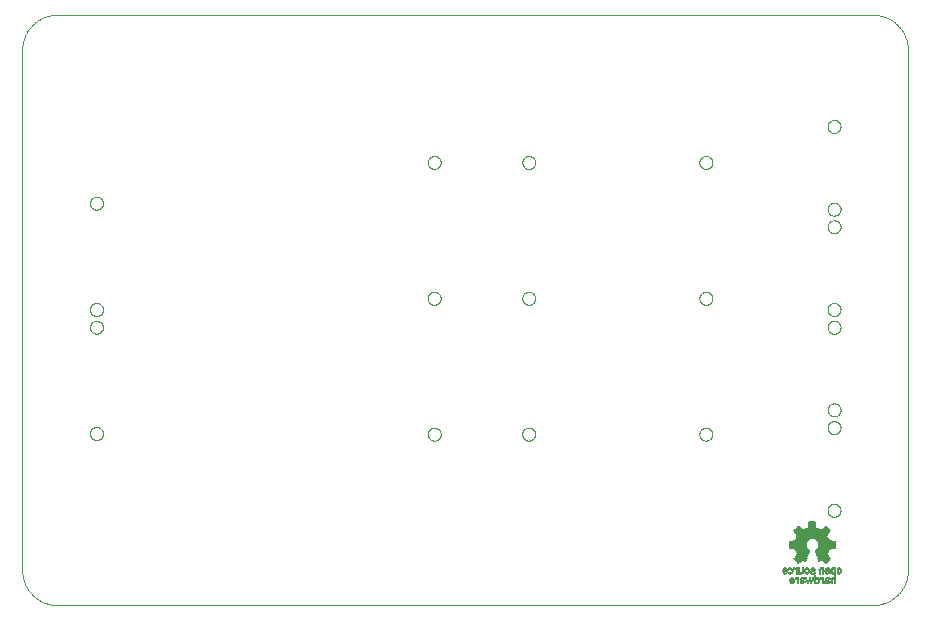
<source format=gbo>
G75*
%MOIN*%
%OFA0B0*%
%FSLAX25Y25*%
%IPPOS*%
%LPD*%
%AMOC8*
5,1,8,0,0,1.08239X$1,22.5*
%
%ADD10C,0.00000*%
%ADD11R,0.00539X0.00042*%
%ADD12R,0.00788X0.00042*%
%ADD13R,0.00664X0.00042*%
%ADD14R,0.00456X0.00042*%
%ADD15R,0.00498X0.00042*%
%ADD16R,0.00498X0.00042*%
%ADD17R,0.00539X0.00041*%
%ADD18R,0.01452X0.00041*%
%ADD19R,0.00830X0.00041*%
%ADD20R,0.00498X0.00041*%
%ADD21R,0.00498X0.00041*%
%ADD22R,0.00996X0.00041*%
%ADD23R,0.01494X0.00041*%
%ADD24R,0.01120X0.00041*%
%ADD25R,0.01577X0.00041*%
%ADD26R,0.00581X0.00041*%
%ADD27R,0.01536X0.00041*%
%ADD28R,0.01245X0.00041*%
%ADD29R,0.01619X0.00041*%
%ADD30R,0.01535X0.00041*%
%ADD31R,0.00581X0.00041*%
%ADD32R,0.01369X0.00041*%
%ADD33R,0.00622X0.00041*%
%ADD34R,0.01660X0.00041*%
%ADD35R,0.00664X0.00041*%
%ADD36R,0.01702X0.00041*%
%ADD37R,0.01702X0.00042*%
%ADD38R,0.01660X0.00042*%
%ADD39R,0.00705X0.00042*%
%ADD40R,0.01619X0.00042*%
%ADD41R,0.01743X0.00041*%
%ADD42R,0.00705X0.00041*%
%ADD43R,0.00706X0.00041*%
%ADD44R,0.00747X0.00041*%
%ADD45R,0.00788X0.00041*%
%ADD46R,0.00789X0.00041*%
%ADD47R,0.00373X0.00041*%
%ADD48R,0.00249X0.00041*%
%ADD49R,0.00166X0.00041*%
%ADD50R,0.00871X0.00041*%
%ADD51R,0.00872X0.00041*%
%ADD52R,0.00083X0.00041*%
%ADD53R,0.00913X0.00041*%
%ADD54R,0.00913X0.00042*%
%ADD55R,0.00954X0.00041*%
%ADD56R,0.00955X0.00041*%
%ADD57R,0.01826X0.00041*%
%ADD58R,0.00456X0.00041*%
%ADD59R,0.01038X0.00041*%
%ADD60R,0.01826X0.00042*%
%ADD61R,0.01245X0.00041*%
%ADD62R,0.00581X0.00042*%
%ADD63R,0.00872X0.00042*%
%ADD64R,0.00124X0.00041*%
%ADD65R,0.00207X0.00041*%
%ADD66R,0.00415X0.00041*%
%ADD67R,0.01286X0.00041*%
%ADD68R,0.01328X0.00041*%
%ADD69R,0.01369X0.00042*%
%ADD70R,0.00622X0.00042*%
%ADD71R,0.01577X0.00042*%
%ADD72R,0.01494X0.00042*%
%ADD73R,0.01411X0.00041*%
%ADD74R,0.01328X0.00041*%
%ADD75R,0.01453X0.00041*%
%ADD76R,0.01162X0.00041*%
%ADD77R,0.01079X0.00041*%
%ADD78R,0.00415X0.00042*%
%ADD79R,0.00830X0.00042*%
%ADD80R,0.00332X0.00041*%
%ADD81R,0.00415X0.00041*%
%ADD82R,0.01203X0.00041*%
%ADD83R,0.01162X0.00041*%
%ADD84R,0.01328X0.00042*%
%ADD85R,0.01411X0.00042*%
%ADD86R,0.01536X0.00042*%
%ADD87R,0.01618X0.00042*%
%ADD88R,0.01618X0.00041*%
%ADD89R,0.01784X0.00041*%
%ADD90R,0.01701X0.00041*%
%ADD91R,0.00664X0.00041*%
%ADD92R,0.00581X0.00042*%
%ADD93R,0.00166X0.00042*%
%ADD94R,0.00291X0.00042*%
%ADD95R,0.00208X0.00042*%
%ADD96R,0.00208X0.00041*%
%ADD97R,0.00125X0.00041*%
%ADD98R,0.00041X0.00041*%
%ADD99R,0.01743X0.00042*%
%ADD100R,0.01784X0.00042*%
%ADD101R,0.01286X0.00042*%
%ADD102R,0.00291X0.00041*%
%ADD103R,0.01245X0.00042*%
%ADD104R,0.01120X0.00042*%
%ADD105R,0.01328X0.00042*%
%ADD106R,0.01162X0.00042*%
%ADD107R,0.01203X0.00042*%
%ADD108R,0.00373X0.00042*%
%ADD109R,0.01162X0.00042*%
%ADD110R,0.01867X0.00041*%
%ADD111R,0.01992X0.00042*%
%ADD112R,0.00249X0.00042*%
%ADD113R,0.02075X0.00041*%
%ADD114R,0.02199X0.00041*%
%ADD115R,0.02282X0.00041*%
%ADD116R,0.02407X0.00041*%
%ADD117R,0.02490X0.00041*%
%ADD118R,0.02490X0.00041*%
%ADD119R,0.02614X0.00041*%
%ADD120R,0.02697X0.00041*%
%ADD121R,0.03818X0.00041*%
%ADD122R,0.03859X0.00042*%
%ADD123R,0.03942X0.00041*%
%ADD124R,0.03984X0.00041*%
%ADD125R,0.04067X0.00041*%
%ADD126R,0.04108X0.00041*%
%ADD127R,0.04150X0.00041*%
%ADD128R,0.04233X0.00041*%
%ADD129R,0.04274X0.00041*%
%ADD130R,0.04275X0.00041*%
%ADD131R,0.04316X0.00042*%
%ADD132R,0.04358X0.00041*%
%ADD133R,0.04316X0.00041*%
%ADD134R,0.04233X0.00042*%
%ADD135R,0.04191X0.00041*%
%ADD136R,0.04192X0.00041*%
%ADD137R,0.04108X0.00042*%
%ADD138R,0.04067X0.00041*%
%ADD139R,0.04025X0.00041*%
%ADD140R,0.04025X0.00042*%
%ADD141R,0.03984X0.00041*%
%ADD142R,0.03984X0.00042*%
%ADD143R,0.04357X0.00041*%
%ADD144R,0.04399X0.00041*%
%ADD145R,0.04440X0.00041*%
%ADD146R,0.04523X0.00042*%
%ADD147R,0.04523X0.00041*%
%ADD148R,0.04565X0.00041*%
%ADD149R,0.04565X0.00041*%
%ADD150R,0.04606X0.00041*%
%ADD151R,0.04689X0.00041*%
%ADD152R,0.04648X0.00042*%
%ADD153R,0.04648X0.00042*%
%ADD154R,0.04482X0.00041*%
%ADD155R,0.04441X0.00041*%
%ADD156R,0.04357X0.00042*%
%ADD157R,0.04731X0.00041*%
%ADD158R,0.04897X0.00041*%
%ADD159R,0.05105X0.00042*%
%ADD160R,0.05104X0.00042*%
%ADD161R,0.05270X0.00041*%
%ADD162R,0.05436X0.00041*%
%ADD163R,0.05685X0.00041*%
%ADD164R,0.05852X0.00041*%
%ADD165R,0.05893X0.00041*%
%ADD166R,0.05851X0.00042*%
%ADD167R,0.05852X0.00042*%
%ADD168R,0.05851X0.00041*%
%ADD169R,0.05810X0.00041*%
%ADD170R,0.05768X0.00041*%
%ADD171R,0.05727X0.00042*%
%ADD172R,0.05727X0.00041*%
%ADD173R,0.05685X0.00042*%
%ADD174R,0.05644X0.00041*%
%ADD175R,0.05644X0.00042*%
%ADD176R,0.05810X0.00042*%
%ADD177R,0.05478X0.00041*%
%ADD178R,0.05104X0.00041*%
%ADD179R,0.04772X0.00041*%
%ADD180R,0.05022X0.00041*%
%ADD181R,0.10831X0.00041*%
%ADD182R,0.10748X0.00041*%
%ADD183R,0.10665X0.00042*%
%ADD184R,0.10665X0.00041*%
%ADD185R,0.10582X0.00041*%
%ADD186R,0.10499X0.00041*%
%ADD187R,0.10416X0.00041*%
%ADD188R,0.10416X0.00042*%
%ADD189R,0.10333X0.00041*%
%ADD190R,0.10250X0.00041*%
%ADD191R,0.10167X0.00041*%
%ADD192R,0.10167X0.00042*%
%ADD193R,0.10084X0.00041*%
%ADD194R,0.10499X0.00042*%
%ADD195R,0.10914X0.00041*%
%ADD196R,0.10914X0.00042*%
%ADD197R,0.10997X0.00041*%
%ADD198R,0.11080X0.00041*%
%ADD199R,0.11163X0.00041*%
%ADD200R,0.11246X0.00041*%
%ADD201R,0.11329X0.00041*%
%ADD202R,0.11413X0.00042*%
%ADD203R,0.11495X0.00041*%
%ADD204R,0.11578X0.00041*%
%ADD205R,0.11661X0.00041*%
%ADD206R,0.11744X0.00041*%
%ADD207R,0.11827X0.00041*%
%ADD208R,0.11910X0.00042*%
%ADD209R,0.11993X0.00041*%
%ADD210R,0.12077X0.00041*%
%ADD211R,0.12159X0.00041*%
%ADD212R,0.12242X0.00041*%
%ADD213R,0.12325X0.00041*%
%ADD214R,0.12325X0.00042*%
%ADD215R,0.12408X0.00041*%
%ADD216R,0.02863X0.00041*%
%ADD217R,0.05602X0.00041*%
%ADD218R,0.02739X0.00041*%
%ADD219R,0.05353X0.00041*%
%ADD220R,0.02656X0.00041*%
%ADD221R,0.05187X0.00041*%
%ADD222R,0.02531X0.00041*%
%ADD223R,0.04938X0.00041*%
%ADD224R,0.02448X0.00041*%
%ADD225R,0.02366X0.00041*%
%ADD226R,0.02324X0.00041*%
%ADD227R,0.02241X0.00042*%
%ADD228R,0.02158X0.00041*%
%ADD229R,0.02033X0.00041*%
%ADD230R,0.01950X0.00041*%
%ADD231R,0.03777X0.00041*%
%ADD232R,0.01826X0.00041*%
%ADD233R,0.03527X0.00041*%
%ADD234R,0.03361X0.00041*%
%ADD235R,0.03112X0.00041*%
%ADD236R,0.03029X0.00041*%
%ADD237R,0.02946X0.00042*%
%ADD238R,0.02946X0.00041*%
%ADD239R,0.02863X0.00042*%
%ADD240R,0.02780X0.00041*%
%ADD241R,0.02697X0.00042*%
%ADD242R,0.02614X0.00042*%
%ADD243R,0.02448X0.00042*%
%ADD244R,0.02365X0.00041*%
%ADD245R,0.02282X0.00042*%
D10*
X0018765Y0004415D02*
X0290419Y0004415D01*
X0290704Y0004418D01*
X0290990Y0004429D01*
X0291275Y0004446D01*
X0291559Y0004470D01*
X0291843Y0004501D01*
X0292126Y0004539D01*
X0292407Y0004584D01*
X0292688Y0004635D01*
X0292968Y0004693D01*
X0293246Y0004758D01*
X0293522Y0004830D01*
X0293796Y0004908D01*
X0294069Y0004993D01*
X0294339Y0005085D01*
X0294607Y0005183D01*
X0294873Y0005287D01*
X0295136Y0005398D01*
X0295396Y0005515D01*
X0295654Y0005638D01*
X0295908Y0005768D01*
X0296159Y0005904D01*
X0296407Y0006045D01*
X0296651Y0006193D01*
X0296892Y0006346D01*
X0297128Y0006506D01*
X0297361Y0006671D01*
X0297590Y0006841D01*
X0297815Y0007017D01*
X0298035Y0007199D01*
X0298251Y0007385D01*
X0298462Y0007577D01*
X0298669Y0007774D01*
X0298871Y0007976D01*
X0299068Y0008183D01*
X0299260Y0008394D01*
X0299446Y0008610D01*
X0299628Y0008830D01*
X0299804Y0009055D01*
X0299974Y0009284D01*
X0300139Y0009517D01*
X0300299Y0009753D01*
X0300452Y0009994D01*
X0300600Y0010238D01*
X0300741Y0010486D01*
X0300877Y0010737D01*
X0301007Y0010991D01*
X0301130Y0011249D01*
X0301247Y0011509D01*
X0301358Y0011772D01*
X0301462Y0012038D01*
X0301560Y0012306D01*
X0301652Y0012576D01*
X0301737Y0012849D01*
X0301815Y0013123D01*
X0301887Y0013399D01*
X0301952Y0013677D01*
X0302010Y0013957D01*
X0302061Y0014238D01*
X0302106Y0014519D01*
X0302144Y0014802D01*
X0302175Y0015086D01*
X0302199Y0015370D01*
X0302216Y0015655D01*
X0302227Y0015941D01*
X0302230Y0016226D01*
X0302230Y0189454D01*
X0302227Y0189739D01*
X0302216Y0190025D01*
X0302199Y0190310D01*
X0302175Y0190594D01*
X0302144Y0190878D01*
X0302106Y0191161D01*
X0302061Y0191442D01*
X0302010Y0191723D01*
X0301952Y0192003D01*
X0301887Y0192281D01*
X0301815Y0192557D01*
X0301737Y0192831D01*
X0301652Y0193104D01*
X0301560Y0193374D01*
X0301462Y0193642D01*
X0301358Y0193908D01*
X0301247Y0194171D01*
X0301130Y0194431D01*
X0301007Y0194689D01*
X0300877Y0194943D01*
X0300741Y0195194D01*
X0300600Y0195442D01*
X0300452Y0195686D01*
X0300299Y0195927D01*
X0300139Y0196163D01*
X0299974Y0196396D01*
X0299804Y0196625D01*
X0299628Y0196850D01*
X0299446Y0197070D01*
X0299260Y0197286D01*
X0299068Y0197497D01*
X0298871Y0197704D01*
X0298669Y0197906D01*
X0298462Y0198103D01*
X0298251Y0198295D01*
X0298035Y0198481D01*
X0297815Y0198663D01*
X0297590Y0198839D01*
X0297361Y0199009D01*
X0297128Y0199174D01*
X0296892Y0199334D01*
X0296651Y0199487D01*
X0296407Y0199635D01*
X0296159Y0199776D01*
X0295908Y0199912D01*
X0295654Y0200042D01*
X0295396Y0200165D01*
X0295136Y0200282D01*
X0294873Y0200393D01*
X0294607Y0200497D01*
X0294339Y0200595D01*
X0294069Y0200687D01*
X0293796Y0200772D01*
X0293522Y0200850D01*
X0293246Y0200922D01*
X0292968Y0200987D01*
X0292688Y0201045D01*
X0292407Y0201096D01*
X0292126Y0201141D01*
X0291843Y0201179D01*
X0291559Y0201210D01*
X0291275Y0201234D01*
X0290990Y0201251D01*
X0290704Y0201262D01*
X0290419Y0201265D01*
X0018765Y0201265D01*
X0018480Y0201262D01*
X0018194Y0201251D01*
X0017909Y0201234D01*
X0017625Y0201210D01*
X0017341Y0201179D01*
X0017058Y0201141D01*
X0016777Y0201096D01*
X0016496Y0201045D01*
X0016216Y0200987D01*
X0015938Y0200922D01*
X0015662Y0200850D01*
X0015388Y0200772D01*
X0015115Y0200687D01*
X0014845Y0200595D01*
X0014577Y0200497D01*
X0014311Y0200393D01*
X0014048Y0200282D01*
X0013788Y0200165D01*
X0013530Y0200042D01*
X0013276Y0199912D01*
X0013025Y0199776D01*
X0012777Y0199635D01*
X0012533Y0199487D01*
X0012292Y0199334D01*
X0012056Y0199174D01*
X0011823Y0199009D01*
X0011594Y0198839D01*
X0011369Y0198663D01*
X0011149Y0198481D01*
X0010933Y0198295D01*
X0010722Y0198103D01*
X0010515Y0197906D01*
X0010313Y0197704D01*
X0010116Y0197497D01*
X0009924Y0197286D01*
X0009738Y0197070D01*
X0009556Y0196850D01*
X0009380Y0196625D01*
X0009210Y0196396D01*
X0009045Y0196163D01*
X0008885Y0195927D01*
X0008732Y0195686D01*
X0008584Y0195442D01*
X0008443Y0195194D01*
X0008307Y0194943D01*
X0008177Y0194689D01*
X0008054Y0194431D01*
X0007937Y0194171D01*
X0007826Y0193908D01*
X0007722Y0193642D01*
X0007624Y0193374D01*
X0007532Y0193104D01*
X0007447Y0192831D01*
X0007369Y0192557D01*
X0007297Y0192281D01*
X0007232Y0192003D01*
X0007174Y0191723D01*
X0007123Y0191442D01*
X0007078Y0191161D01*
X0007040Y0190878D01*
X0007009Y0190594D01*
X0006985Y0190310D01*
X0006968Y0190025D01*
X0006957Y0189739D01*
X0006954Y0189454D01*
X0006954Y0016226D01*
X0006957Y0015941D01*
X0006968Y0015655D01*
X0006985Y0015370D01*
X0007009Y0015086D01*
X0007040Y0014802D01*
X0007078Y0014519D01*
X0007123Y0014238D01*
X0007174Y0013957D01*
X0007232Y0013677D01*
X0007297Y0013399D01*
X0007369Y0013123D01*
X0007447Y0012849D01*
X0007532Y0012576D01*
X0007624Y0012306D01*
X0007722Y0012038D01*
X0007826Y0011772D01*
X0007937Y0011509D01*
X0008054Y0011249D01*
X0008177Y0010991D01*
X0008307Y0010737D01*
X0008443Y0010486D01*
X0008584Y0010238D01*
X0008732Y0009994D01*
X0008885Y0009753D01*
X0009045Y0009517D01*
X0009210Y0009284D01*
X0009380Y0009055D01*
X0009556Y0008830D01*
X0009738Y0008610D01*
X0009924Y0008394D01*
X0010116Y0008183D01*
X0010313Y0007976D01*
X0010515Y0007774D01*
X0010722Y0007577D01*
X0010933Y0007385D01*
X0011149Y0007199D01*
X0011369Y0007017D01*
X0011594Y0006841D01*
X0011823Y0006671D01*
X0012056Y0006506D01*
X0012292Y0006346D01*
X0012533Y0006193D01*
X0012777Y0006045D01*
X0013025Y0005904D01*
X0013276Y0005768D01*
X0013530Y0005638D01*
X0013788Y0005515D01*
X0014048Y0005398D01*
X0014311Y0005287D01*
X0014577Y0005183D01*
X0014845Y0005085D01*
X0015115Y0004993D01*
X0015388Y0004908D01*
X0015662Y0004830D01*
X0015938Y0004758D01*
X0016216Y0004693D01*
X0016496Y0004635D01*
X0016777Y0004584D01*
X0017058Y0004539D01*
X0017341Y0004501D01*
X0017625Y0004470D01*
X0017909Y0004446D01*
X0018194Y0004429D01*
X0018480Y0004418D01*
X0018765Y0004415D01*
X0029553Y0061639D02*
X0029555Y0061732D01*
X0029561Y0061824D01*
X0029571Y0061916D01*
X0029585Y0062007D01*
X0029602Y0062098D01*
X0029624Y0062188D01*
X0029649Y0062277D01*
X0029678Y0062365D01*
X0029711Y0062451D01*
X0029748Y0062536D01*
X0029788Y0062620D01*
X0029832Y0062701D01*
X0029879Y0062781D01*
X0029929Y0062859D01*
X0029983Y0062934D01*
X0030040Y0063007D01*
X0030100Y0063077D01*
X0030163Y0063145D01*
X0030229Y0063210D01*
X0030297Y0063272D01*
X0030368Y0063332D01*
X0030442Y0063388D01*
X0030518Y0063441D01*
X0030596Y0063490D01*
X0030676Y0063537D01*
X0030758Y0063579D01*
X0030842Y0063619D01*
X0030927Y0063654D01*
X0031014Y0063686D01*
X0031102Y0063715D01*
X0031191Y0063739D01*
X0031281Y0063760D01*
X0031372Y0063776D01*
X0031464Y0063789D01*
X0031556Y0063798D01*
X0031649Y0063803D01*
X0031741Y0063804D01*
X0031834Y0063801D01*
X0031926Y0063794D01*
X0032018Y0063783D01*
X0032109Y0063768D01*
X0032200Y0063750D01*
X0032290Y0063727D01*
X0032378Y0063701D01*
X0032466Y0063671D01*
X0032552Y0063637D01*
X0032636Y0063600D01*
X0032719Y0063558D01*
X0032800Y0063514D01*
X0032880Y0063466D01*
X0032957Y0063415D01*
X0033031Y0063360D01*
X0033104Y0063302D01*
X0033174Y0063242D01*
X0033241Y0063178D01*
X0033305Y0063112D01*
X0033367Y0063042D01*
X0033425Y0062971D01*
X0033480Y0062897D01*
X0033532Y0062820D01*
X0033581Y0062741D01*
X0033627Y0062661D01*
X0033669Y0062578D01*
X0033707Y0062494D01*
X0033742Y0062408D01*
X0033773Y0062321D01*
X0033800Y0062233D01*
X0033823Y0062143D01*
X0033843Y0062053D01*
X0033859Y0061962D01*
X0033871Y0061870D01*
X0033879Y0061778D01*
X0033883Y0061685D01*
X0033883Y0061593D01*
X0033879Y0061500D01*
X0033871Y0061408D01*
X0033859Y0061316D01*
X0033843Y0061225D01*
X0033823Y0061135D01*
X0033800Y0061045D01*
X0033773Y0060957D01*
X0033742Y0060870D01*
X0033707Y0060784D01*
X0033669Y0060700D01*
X0033627Y0060617D01*
X0033581Y0060537D01*
X0033532Y0060458D01*
X0033480Y0060381D01*
X0033425Y0060307D01*
X0033367Y0060236D01*
X0033305Y0060166D01*
X0033241Y0060100D01*
X0033174Y0060036D01*
X0033104Y0059976D01*
X0033031Y0059918D01*
X0032957Y0059863D01*
X0032880Y0059812D01*
X0032801Y0059764D01*
X0032719Y0059720D01*
X0032636Y0059678D01*
X0032552Y0059641D01*
X0032466Y0059607D01*
X0032378Y0059577D01*
X0032290Y0059551D01*
X0032200Y0059528D01*
X0032109Y0059510D01*
X0032018Y0059495D01*
X0031926Y0059484D01*
X0031834Y0059477D01*
X0031741Y0059474D01*
X0031649Y0059475D01*
X0031556Y0059480D01*
X0031464Y0059489D01*
X0031372Y0059502D01*
X0031281Y0059518D01*
X0031191Y0059539D01*
X0031102Y0059563D01*
X0031014Y0059592D01*
X0030927Y0059624D01*
X0030842Y0059659D01*
X0030758Y0059699D01*
X0030676Y0059741D01*
X0030596Y0059788D01*
X0030518Y0059837D01*
X0030442Y0059890D01*
X0030368Y0059946D01*
X0030297Y0060006D01*
X0030229Y0060068D01*
X0030163Y0060133D01*
X0030100Y0060201D01*
X0030040Y0060271D01*
X0029983Y0060344D01*
X0029929Y0060419D01*
X0029879Y0060497D01*
X0029832Y0060577D01*
X0029788Y0060658D01*
X0029748Y0060742D01*
X0029711Y0060827D01*
X0029678Y0060913D01*
X0029649Y0061001D01*
X0029624Y0061090D01*
X0029602Y0061180D01*
X0029585Y0061271D01*
X0029571Y0061362D01*
X0029561Y0061454D01*
X0029555Y0061546D01*
X0029553Y0061639D01*
X0029553Y0097072D02*
X0029555Y0097165D01*
X0029561Y0097257D01*
X0029571Y0097349D01*
X0029585Y0097440D01*
X0029602Y0097531D01*
X0029624Y0097621D01*
X0029649Y0097710D01*
X0029678Y0097798D01*
X0029711Y0097884D01*
X0029748Y0097969D01*
X0029788Y0098053D01*
X0029832Y0098134D01*
X0029879Y0098214D01*
X0029929Y0098292D01*
X0029983Y0098367D01*
X0030040Y0098440D01*
X0030100Y0098510D01*
X0030163Y0098578D01*
X0030229Y0098643D01*
X0030297Y0098705D01*
X0030368Y0098765D01*
X0030442Y0098821D01*
X0030518Y0098874D01*
X0030596Y0098923D01*
X0030676Y0098970D01*
X0030758Y0099012D01*
X0030842Y0099052D01*
X0030927Y0099087D01*
X0031014Y0099119D01*
X0031102Y0099148D01*
X0031191Y0099172D01*
X0031281Y0099193D01*
X0031372Y0099209D01*
X0031464Y0099222D01*
X0031556Y0099231D01*
X0031649Y0099236D01*
X0031741Y0099237D01*
X0031834Y0099234D01*
X0031926Y0099227D01*
X0032018Y0099216D01*
X0032109Y0099201D01*
X0032200Y0099183D01*
X0032290Y0099160D01*
X0032378Y0099134D01*
X0032466Y0099104D01*
X0032552Y0099070D01*
X0032636Y0099033D01*
X0032719Y0098991D01*
X0032800Y0098947D01*
X0032880Y0098899D01*
X0032957Y0098848D01*
X0033031Y0098793D01*
X0033104Y0098735D01*
X0033174Y0098675D01*
X0033241Y0098611D01*
X0033305Y0098545D01*
X0033367Y0098475D01*
X0033425Y0098404D01*
X0033480Y0098330D01*
X0033532Y0098253D01*
X0033581Y0098174D01*
X0033627Y0098094D01*
X0033669Y0098011D01*
X0033707Y0097927D01*
X0033742Y0097841D01*
X0033773Y0097754D01*
X0033800Y0097666D01*
X0033823Y0097576D01*
X0033843Y0097486D01*
X0033859Y0097395D01*
X0033871Y0097303D01*
X0033879Y0097211D01*
X0033883Y0097118D01*
X0033883Y0097026D01*
X0033879Y0096933D01*
X0033871Y0096841D01*
X0033859Y0096749D01*
X0033843Y0096658D01*
X0033823Y0096568D01*
X0033800Y0096478D01*
X0033773Y0096390D01*
X0033742Y0096303D01*
X0033707Y0096217D01*
X0033669Y0096133D01*
X0033627Y0096050D01*
X0033581Y0095970D01*
X0033532Y0095891D01*
X0033480Y0095814D01*
X0033425Y0095740D01*
X0033367Y0095669D01*
X0033305Y0095599D01*
X0033241Y0095533D01*
X0033174Y0095469D01*
X0033104Y0095409D01*
X0033031Y0095351D01*
X0032957Y0095296D01*
X0032880Y0095245D01*
X0032801Y0095197D01*
X0032719Y0095153D01*
X0032636Y0095111D01*
X0032552Y0095074D01*
X0032466Y0095040D01*
X0032378Y0095010D01*
X0032290Y0094984D01*
X0032200Y0094961D01*
X0032109Y0094943D01*
X0032018Y0094928D01*
X0031926Y0094917D01*
X0031834Y0094910D01*
X0031741Y0094907D01*
X0031649Y0094908D01*
X0031556Y0094913D01*
X0031464Y0094922D01*
X0031372Y0094935D01*
X0031281Y0094951D01*
X0031191Y0094972D01*
X0031102Y0094996D01*
X0031014Y0095025D01*
X0030927Y0095057D01*
X0030842Y0095092D01*
X0030758Y0095132D01*
X0030676Y0095174D01*
X0030596Y0095221D01*
X0030518Y0095270D01*
X0030442Y0095323D01*
X0030368Y0095379D01*
X0030297Y0095439D01*
X0030229Y0095501D01*
X0030163Y0095566D01*
X0030100Y0095634D01*
X0030040Y0095704D01*
X0029983Y0095777D01*
X0029929Y0095852D01*
X0029879Y0095930D01*
X0029832Y0096010D01*
X0029788Y0096091D01*
X0029748Y0096175D01*
X0029711Y0096260D01*
X0029678Y0096346D01*
X0029649Y0096434D01*
X0029624Y0096523D01*
X0029602Y0096613D01*
X0029585Y0096704D01*
X0029571Y0096795D01*
X0029561Y0096887D01*
X0029555Y0096979D01*
X0029553Y0097072D01*
X0029553Y0102978D02*
X0029555Y0103071D01*
X0029561Y0103163D01*
X0029571Y0103255D01*
X0029585Y0103346D01*
X0029602Y0103437D01*
X0029624Y0103527D01*
X0029649Y0103616D01*
X0029678Y0103704D01*
X0029711Y0103790D01*
X0029748Y0103875D01*
X0029788Y0103959D01*
X0029832Y0104040D01*
X0029879Y0104120D01*
X0029929Y0104198D01*
X0029983Y0104273D01*
X0030040Y0104346D01*
X0030100Y0104416D01*
X0030163Y0104484D01*
X0030229Y0104549D01*
X0030297Y0104611D01*
X0030368Y0104671D01*
X0030442Y0104727D01*
X0030518Y0104780D01*
X0030596Y0104829D01*
X0030676Y0104876D01*
X0030758Y0104918D01*
X0030842Y0104958D01*
X0030927Y0104993D01*
X0031014Y0105025D01*
X0031102Y0105054D01*
X0031191Y0105078D01*
X0031281Y0105099D01*
X0031372Y0105115D01*
X0031464Y0105128D01*
X0031556Y0105137D01*
X0031649Y0105142D01*
X0031741Y0105143D01*
X0031834Y0105140D01*
X0031926Y0105133D01*
X0032018Y0105122D01*
X0032109Y0105107D01*
X0032200Y0105089D01*
X0032290Y0105066D01*
X0032378Y0105040D01*
X0032466Y0105010D01*
X0032552Y0104976D01*
X0032636Y0104939D01*
X0032719Y0104897D01*
X0032800Y0104853D01*
X0032880Y0104805D01*
X0032957Y0104754D01*
X0033031Y0104699D01*
X0033104Y0104641D01*
X0033174Y0104581D01*
X0033241Y0104517D01*
X0033305Y0104451D01*
X0033367Y0104381D01*
X0033425Y0104310D01*
X0033480Y0104236D01*
X0033532Y0104159D01*
X0033581Y0104080D01*
X0033627Y0104000D01*
X0033669Y0103917D01*
X0033707Y0103833D01*
X0033742Y0103747D01*
X0033773Y0103660D01*
X0033800Y0103572D01*
X0033823Y0103482D01*
X0033843Y0103392D01*
X0033859Y0103301D01*
X0033871Y0103209D01*
X0033879Y0103117D01*
X0033883Y0103024D01*
X0033883Y0102932D01*
X0033879Y0102839D01*
X0033871Y0102747D01*
X0033859Y0102655D01*
X0033843Y0102564D01*
X0033823Y0102474D01*
X0033800Y0102384D01*
X0033773Y0102296D01*
X0033742Y0102209D01*
X0033707Y0102123D01*
X0033669Y0102039D01*
X0033627Y0101956D01*
X0033581Y0101876D01*
X0033532Y0101797D01*
X0033480Y0101720D01*
X0033425Y0101646D01*
X0033367Y0101575D01*
X0033305Y0101505D01*
X0033241Y0101439D01*
X0033174Y0101375D01*
X0033104Y0101315D01*
X0033031Y0101257D01*
X0032957Y0101202D01*
X0032880Y0101151D01*
X0032801Y0101103D01*
X0032719Y0101059D01*
X0032636Y0101017D01*
X0032552Y0100980D01*
X0032466Y0100946D01*
X0032378Y0100916D01*
X0032290Y0100890D01*
X0032200Y0100867D01*
X0032109Y0100849D01*
X0032018Y0100834D01*
X0031926Y0100823D01*
X0031834Y0100816D01*
X0031741Y0100813D01*
X0031649Y0100814D01*
X0031556Y0100819D01*
X0031464Y0100828D01*
X0031372Y0100841D01*
X0031281Y0100857D01*
X0031191Y0100878D01*
X0031102Y0100902D01*
X0031014Y0100931D01*
X0030927Y0100963D01*
X0030842Y0100998D01*
X0030758Y0101038D01*
X0030676Y0101080D01*
X0030596Y0101127D01*
X0030518Y0101176D01*
X0030442Y0101229D01*
X0030368Y0101285D01*
X0030297Y0101345D01*
X0030229Y0101407D01*
X0030163Y0101472D01*
X0030100Y0101540D01*
X0030040Y0101610D01*
X0029983Y0101683D01*
X0029929Y0101758D01*
X0029879Y0101836D01*
X0029832Y0101916D01*
X0029788Y0101997D01*
X0029748Y0102081D01*
X0029711Y0102166D01*
X0029678Y0102252D01*
X0029649Y0102340D01*
X0029624Y0102429D01*
X0029602Y0102519D01*
X0029585Y0102610D01*
X0029571Y0102701D01*
X0029561Y0102793D01*
X0029555Y0102885D01*
X0029553Y0102978D01*
X0029553Y0138411D02*
X0029555Y0138504D01*
X0029561Y0138596D01*
X0029571Y0138688D01*
X0029585Y0138779D01*
X0029602Y0138870D01*
X0029624Y0138960D01*
X0029649Y0139049D01*
X0029678Y0139137D01*
X0029711Y0139223D01*
X0029748Y0139308D01*
X0029788Y0139392D01*
X0029832Y0139473D01*
X0029879Y0139553D01*
X0029929Y0139631D01*
X0029983Y0139706D01*
X0030040Y0139779D01*
X0030100Y0139849D01*
X0030163Y0139917D01*
X0030229Y0139982D01*
X0030297Y0140044D01*
X0030368Y0140104D01*
X0030442Y0140160D01*
X0030518Y0140213D01*
X0030596Y0140262D01*
X0030676Y0140309D01*
X0030758Y0140351D01*
X0030842Y0140391D01*
X0030927Y0140426D01*
X0031014Y0140458D01*
X0031102Y0140487D01*
X0031191Y0140511D01*
X0031281Y0140532D01*
X0031372Y0140548D01*
X0031464Y0140561D01*
X0031556Y0140570D01*
X0031649Y0140575D01*
X0031741Y0140576D01*
X0031834Y0140573D01*
X0031926Y0140566D01*
X0032018Y0140555D01*
X0032109Y0140540D01*
X0032200Y0140522D01*
X0032290Y0140499D01*
X0032378Y0140473D01*
X0032466Y0140443D01*
X0032552Y0140409D01*
X0032636Y0140372D01*
X0032719Y0140330D01*
X0032800Y0140286D01*
X0032880Y0140238D01*
X0032957Y0140187D01*
X0033031Y0140132D01*
X0033104Y0140074D01*
X0033174Y0140014D01*
X0033241Y0139950D01*
X0033305Y0139884D01*
X0033367Y0139814D01*
X0033425Y0139743D01*
X0033480Y0139669D01*
X0033532Y0139592D01*
X0033581Y0139513D01*
X0033627Y0139433D01*
X0033669Y0139350D01*
X0033707Y0139266D01*
X0033742Y0139180D01*
X0033773Y0139093D01*
X0033800Y0139005D01*
X0033823Y0138915D01*
X0033843Y0138825D01*
X0033859Y0138734D01*
X0033871Y0138642D01*
X0033879Y0138550D01*
X0033883Y0138457D01*
X0033883Y0138365D01*
X0033879Y0138272D01*
X0033871Y0138180D01*
X0033859Y0138088D01*
X0033843Y0137997D01*
X0033823Y0137907D01*
X0033800Y0137817D01*
X0033773Y0137729D01*
X0033742Y0137642D01*
X0033707Y0137556D01*
X0033669Y0137472D01*
X0033627Y0137389D01*
X0033581Y0137309D01*
X0033532Y0137230D01*
X0033480Y0137153D01*
X0033425Y0137079D01*
X0033367Y0137008D01*
X0033305Y0136938D01*
X0033241Y0136872D01*
X0033174Y0136808D01*
X0033104Y0136748D01*
X0033031Y0136690D01*
X0032957Y0136635D01*
X0032880Y0136584D01*
X0032801Y0136536D01*
X0032719Y0136492D01*
X0032636Y0136450D01*
X0032552Y0136413D01*
X0032466Y0136379D01*
X0032378Y0136349D01*
X0032290Y0136323D01*
X0032200Y0136300D01*
X0032109Y0136282D01*
X0032018Y0136267D01*
X0031926Y0136256D01*
X0031834Y0136249D01*
X0031741Y0136246D01*
X0031649Y0136247D01*
X0031556Y0136252D01*
X0031464Y0136261D01*
X0031372Y0136274D01*
X0031281Y0136290D01*
X0031191Y0136311D01*
X0031102Y0136335D01*
X0031014Y0136364D01*
X0030927Y0136396D01*
X0030842Y0136431D01*
X0030758Y0136471D01*
X0030676Y0136513D01*
X0030596Y0136560D01*
X0030518Y0136609D01*
X0030442Y0136662D01*
X0030368Y0136718D01*
X0030297Y0136778D01*
X0030229Y0136840D01*
X0030163Y0136905D01*
X0030100Y0136973D01*
X0030040Y0137043D01*
X0029983Y0137116D01*
X0029929Y0137191D01*
X0029879Y0137269D01*
X0029832Y0137349D01*
X0029788Y0137430D01*
X0029748Y0137514D01*
X0029711Y0137599D01*
X0029678Y0137685D01*
X0029649Y0137773D01*
X0029624Y0137862D01*
X0029602Y0137952D01*
X0029585Y0138043D01*
X0029571Y0138134D01*
X0029561Y0138226D01*
X0029555Y0138318D01*
X0029553Y0138411D01*
X0142152Y0151994D02*
X0142154Y0152087D01*
X0142160Y0152179D01*
X0142170Y0152271D01*
X0142184Y0152362D01*
X0142201Y0152453D01*
X0142223Y0152543D01*
X0142248Y0152632D01*
X0142277Y0152720D01*
X0142310Y0152806D01*
X0142347Y0152891D01*
X0142387Y0152975D01*
X0142431Y0153056D01*
X0142478Y0153136D01*
X0142528Y0153214D01*
X0142582Y0153289D01*
X0142639Y0153362D01*
X0142699Y0153432D01*
X0142762Y0153500D01*
X0142828Y0153565D01*
X0142896Y0153627D01*
X0142967Y0153687D01*
X0143041Y0153743D01*
X0143117Y0153796D01*
X0143195Y0153845D01*
X0143275Y0153892D01*
X0143357Y0153934D01*
X0143441Y0153974D01*
X0143526Y0154009D01*
X0143613Y0154041D01*
X0143701Y0154070D01*
X0143790Y0154094D01*
X0143880Y0154115D01*
X0143971Y0154131D01*
X0144063Y0154144D01*
X0144155Y0154153D01*
X0144248Y0154158D01*
X0144340Y0154159D01*
X0144433Y0154156D01*
X0144525Y0154149D01*
X0144617Y0154138D01*
X0144708Y0154123D01*
X0144799Y0154105D01*
X0144889Y0154082D01*
X0144977Y0154056D01*
X0145065Y0154026D01*
X0145151Y0153992D01*
X0145235Y0153955D01*
X0145318Y0153913D01*
X0145399Y0153869D01*
X0145479Y0153821D01*
X0145556Y0153770D01*
X0145630Y0153715D01*
X0145703Y0153657D01*
X0145773Y0153597D01*
X0145840Y0153533D01*
X0145904Y0153467D01*
X0145966Y0153397D01*
X0146024Y0153326D01*
X0146079Y0153252D01*
X0146131Y0153175D01*
X0146180Y0153096D01*
X0146226Y0153016D01*
X0146268Y0152933D01*
X0146306Y0152849D01*
X0146341Y0152763D01*
X0146372Y0152676D01*
X0146399Y0152588D01*
X0146422Y0152498D01*
X0146442Y0152408D01*
X0146458Y0152317D01*
X0146470Y0152225D01*
X0146478Y0152133D01*
X0146482Y0152040D01*
X0146482Y0151948D01*
X0146478Y0151855D01*
X0146470Y0151763D01*
X0146458Y0151671D01*
X0146442Y0151580D01*
X0146422Y0151490D01*
X0146399Y0151400D01*
X0146372Y0151312D01*
X0146341Y0151225D01*
X0146306Y0151139D01*
X0146268Y0151055D01*
X0146226Y0150972D01*
X0146180Y0150892D01*
X0146131Y0150813D01*
X0146079Y0150736D01*
X0146024Y0150662D01*
X0145966Y0150591D01*
X0145904Y0150521D01*
X0145840Y0150455D01*
X0145773Y0150391D01*
X0145703Y0150331D01*
X0145630Y0150273D01*
X0145556Y0150218D01*
X0145479Y0150167D01*
X0145400Y0150119D01*
X0145318Y0150075D01*
X0145235Y0150033D01*
X0145151Y0149996D01*
X0145065Y0149962D01*
X0144977Y0149932D01*
X0144889Y0149906D01*
X0144799Y0149883D01*
X0144708Y0149865D01*
X0144617Y0149850D01*
X0144525Y0149839D01*
X0144433Y0149832D01*
X0144340Y0149829D01*
X0144248Y0149830D01*
X0144155Y0149835D01*
X0144063Y0149844D01*
X0143971Y0149857D01*
X0143880Y0149873D01*
X0143790Y0149894D01*
X0143701Y0149918D01*
X0143613Y0149947D01*
X0143526Y0149979D01*
X0143441Y0150014D01*
X0143357Y0150054D01*
X0143275Y0150096D01*
X0143195Y0150143D01*
X0143117Y0150192D01*
X0143041Y0150245D01*
X0142967Y0150301D01*
X0142896Y0150361D01*
X0142828Y0150423D01*
X0142762Y0150488D01*
X0142699Y0150556D01*
X0142639Y0150626D01*
X0142582Y0150699D01*
X0142528Y0150774D01*
X0142478Y0150852D01*
X0142431Y0150932D01*
X0142387Y0151013D01*
X0142347Y0151097D01*
X0142310Y0151182D01*
X0142277Y0151268D01*
X0142248Y0151356D01*
X0142223Y0151445D01*
X0142201Y0151535D01*
X0142184Y0151626D01*
X0142170Y0151717D01*
X0142160Y0151809D01*
X0142154Y0151901D01*
X0142152Y0151994D01*
X0173648Y0151994D02*
X0173650Y0152087D01*
X0173656Y0152179D01*
X0173666Y0152271D01*
X0173680Y0152362D01*
X0173697Y0152453D01*
X0173719Y0152543D01*
X0173744Y0152632D01*
X0173773Y0152720D01*
X0173806Y0152806D01*
X0173843Y0152891D01*
X0173883Y0152975D01*
X0173927Y0153056D01*
X0173974Y0153136D01*
X0174024Y0153214D01*
X0174078Y0153289D01*
X0174135Y0153362D01*
X0174195Y0153432D01*
X0174258Y0153500D01*
X0174324Y0153565D01*
X0174392Y0153627D01*
X0174463Y0153687D01*
X0174537Y0153743D01*
X0174613Y0153796D01*
X0174691Y0153845D01*
X0174771Y0153892D01*
X0174853Y0153934D01*
X0174937Y0153974D01*
X0175022Y0154009D01*
X0175109Y0154041D01*
X0175197Y0154070D01*
X0175286Y0154094D01*
X0175376Y0154115D01*
X0175467Y0154131D01*
X0175559Y0154144D01*
X0175651Y0154153D01*
X0175744Y0154158D01*
X0175836Y0154159D01*
X0175929Y0154156D01*
X0176021Y0154149D01*
X0176113Y0154138D01*
X0176204Y0154123D01*
X0176295Y0154105D01*
X0176385Y0154082D01*
X0176473Y0154056D01*
X0176561Y0154026D01*
X0176647Y0153992D01*
X0176731Y0153955D01*
X0176814Y0153913D01*
X0176895Y0153869D01*
X0176975Y0153821D01*
X0177052Y0153770D01*
X0177126Y0153715D01*
X0177199Y0153657D01*
X0177269Y0153597D01*
X0177336Y0153533D01*
X0177400Y0153467D01*
X0177462Y0153397D01*
X0177520Y0153326D01*
X0177575Y0153252D01*
X0177627Y0153175D01*
X0177676Y0153096D01*
X0177722Y0153016D01*
X0177764Y0152933D01*
X0177802Y0152849D01*
X0177837Y0152763D01*
X0177868Y0152676D01*
X0177895Y0152588D01*
X0177918Y0152498D01*
X0177938Y0152408D01*
X0177954Y0152317D01*
X0177966Y0152225D01*
X0177974Y0152133D01*
X0177978Y0152040D01*
X0177978Y0151948D01*
X0177974Y0151855D01*
X0177966Y0151763D01*
X0177954Y0151671D01*
X0177938Y0151580D01*
X0177918Y0151490D01*
X0177895Y0151400D01*
X0177868Y0151312D01*
X0177837Y0151225D01*
X0177802Y0151139D01*
X0177764Y0151055D01*
X0177722Y0150972D01*
X0177676Y0150892D01*
X0177627Y0150813D01*
X0177575Y0150736D01*
X0177520Y0150662D01*
X0177462Y0150591D01*
X0177400Y0150521D01*
X0177336Y0150455D01*
X0177269Y0150391D01*
X0177199Y0150331D01*
X0177126Y0150273D01*
X0177052Y0150218D01*
X0176975Y0150167D01*
X0176896Y0150119D01*
X0176814Y0150075D01*
X0176731Y0150033D01*
X0176647Y0149996D01*
X0176561Y0149962D01*
X0176473Y0149932D01*
X0176385Y0149906D01*
X0176295Y0149883D01*
X0176204Y0149865D01*
X0176113Y0149850D01*
X0176021Y0149839D01*
X0175929Y0149832D01*
X0175836Y0149829D01*
X0175744Y0149830D01*
X0175651Y0149835D01*
X0175559Y0149844D01*
X0175467Y0149857D01*
X0175376Y0149873D01*
X0175286Y0149894D01*
X0175197Y0149918D01*
X0175109Y0149947D01*
X0175022Y0149979D01*
X0174937Y0150014D01*
X0174853Y0150054D01*
X0174771Y0150096D01*
X0174691Y0150143D01*
X0174613Y0150192D01*
X0174537Y0150245D01*
X0174463Y0150301D01*
X0174392Y0150361D01*
X0174324Y0150423D01*
X0174258Y0150488D01*
X0174195Y0150556D01*
X0174135Y0150626D01*
X0174078Y0150699D01*
X0174024Y0150774D01*
X0173974Y0150852D01*
X0173927Y0150932D01*
X0173883Y0151013D01*
X0173843Y0151097D01*
X0173806Y0151182D01*
X0173773Y0151268D01*
X0173744Y0151356D01*
X0173719Y0151445D01*
X0173697Y0151535D01*
X0173680Y0151626D01*
X0173666Y0151717D01*
X0173656Y0151809D01*
X0173650Y0151901D01*
X0173648Y0151994D01*
X0232703Y0151994D02*
X0232705Y0152087D01*
X0232711Y0152179D01*
X0232721Y0152271D01*
X0232735Y0152362D01*
X0232752Y0152453D01*
X0232774Y0152543D01*
X0232799Y0152632D01*
X0232828Y0152720D01*
X0232861Y0152806D01*
X0232898Y0152891D01*
X0232938Y0152975D01*
X0232982Y0153056D01*
X0233029Y0153136D01*
X0233079Y0153214D01*
X0233133Y0153289D01*
X0233190Y0153362D01*
X0233250Y0153432D01*
X0233313Y0153500D01*
X0233379Y0153565D01*
X0233447Y0153627D01*
X0233518Y0153687D01*
X0233592Y0153743D01*
X0233668Y0153796D01*
X0233746Y0153845D01*
X0233826Y0153892D01*
X0233908Y0153934D01*
X0233992Y0153974D01*
X0234077Y0154009D01*
X0234164Y0154041D01*
X0234252Y0154070D01*
X0234341Y0154094D01*
X0234431Y0154115D01*
X0234522Y0154131D01*
X0234614Y0154144D01*
X0234706Y0154153D01*
X0234799Y0154158D01*
X0234891Y0154159D01*
X0234984Y0154156D01*
X0235076Y0154149D01*
X0235168Y0154138D01*
X0235259Y0154123D01*
X0235350Y0154105D01*
X0235440Y0154082D01*
X0235528Y0154056D01*
X0235616Y0154026D01*
X0235702Y0153992D01*
X0235786Y0153955D01*
X0235869Y0153913D01*
X0235950Y0153869D01*
X0236030Y0153821D01*
X0236107Y0153770D01*
X0236181Y0153715D01*
X0236254Y0153657D01*
X0236324Y0153597D01*
X0236391Y0153533D01*
X0236455Y0153467D01*
X0236517Y0153397D01*
X0236575Y0153326D01*
X0236630Y0153252D01*
X0236682Y0153175D01*
X0236731Y0153096D01*
X0236777Y0153016D01*
X0236819Y0152933D01*
X0236857Y0152849D01*
X0236892Y0152763D01*
X0236923Y0152676D01*
X0236950Y0152588D01*
X0236973Y0152498D01*
X0236993Y0152408D01*
X0237009Y0152317D01*
X0237021Y0152225D01*
X0237029Y0152133D01*
X0237033Y0152040D01*
X0237033Y0151948D01*
X0237029Y0151855D01*
X0237021Y0151763D01*
X0237009Y0151671D01*
X0236993Y0151580D01*
X0236973Y0151490D01*
X0236950Y0151400D01*
X0236923Y0151312D01*
X0236892Y0151225D01*
X0236857Y0151139D01*
X0236819Y0151055D01*
X0236777Y0150972D01*
X0236731Y0150892D01*
X0236682Y0150813D01*
X0236630Y0150736D01*
X0236575Y0150662D01*
X0236517Y0150591D01*
X0236455Y0150521D01*
X0236391Y0150455D01*
X0236324Y0150391D01*
X0236254Y0150331D01*
X0236181Y0150273D01*
X0236107Y0150218D01*
X0236030Y0150167D01*
X0235951Y0150119D01*
X0235869Y0150075D01*
X0235786Y0150033D01*
X0235702Y0149996D01*
X0235616Y0149962D01*
X0235528Y0149932D01*
X0235440Y0149906D01*
X0235350Y0149883D01*
X0235259Y0149865D01*
X0235168Y0149850D01*
X0235076Y0149839D01*
X0234984Y0149832D01*
X0234891Y0149829D01*
X0234799Y0149830D01*
X0234706Y0149835D01*
X0234614Y0149844D01*
X0234522Y0149857D01*
X0234431Y0149873D01*
X0234341Y0149894D01*
X0234252Y0149918D01*
X0234164Y0149947D01*
X0234077Y0149979D01*
X0233992Y0150014D01*
X0233908Y0150054D01*
X0233826Y0150096D01*
X0233746Y0150143D01*
X0233668Y0150192D01*
X0233592Y0150245D01*
X0233518Y0150301D01*
X0233447Y0150361D01*
X0233379Y0150423D01*
X0233313Y0150488D01*
X0233250Y0150556D01*
X0233190Y0150626D01*
X0233133Y0150699D01*
X0233079Y0150774D01*
X0233029Y0150852D01*
X0232982Y0150932D01*
X0232938Y0151013D01*
X0232898Y0151097D01*
X0232861Y0151182D01*
X0232828Y0151268D01*
X0232799Y0151356D01*
X0232774Y0151445D01*
X0232752Y0151535D01*
X0232735Y0151626D01*
X0232721Y0151717D01*
X0232711Y0151809D01*
X0232705Y0151901D01*
X0232703Y0151994D01*
X0275419Y0164002D02*
X0275421Y0164095D01*
X0275427Y0164187D01*
X0275437Y0164279D01*
X0275451Y0164370D01*
X0275468Y0164461D01*
X0275490Y0164551D01*
X0275515Y0164640D01*
X0275544Y0164728D01*
X0275577Y0164814D01*
X0275614Y0164899D01*
X0275654Y0164983D01*
X0275698Y0165064D01*
X0275745Y0165144D01*
X0275795Y0165222D01*
X0275849Y0165297D01*
X0275906Y0165370D01*
X0275966Y0165440D01*
X0276029Y0165508D01*
X0276095Y0165573D01*
X0276163Y0165635D01*
X0276234Y0165695D01*
X0276308Y0165751D01*
X0276384Y0165804D01*
X0276462Y0165853D01*
X0276542Y0165900D01*
X0276624Y0165942D01*
X0276708Y0165982D01*
X0276793Y0166017D01*
X0276880Y0166049D01*
X0276968Y0166078D01*
X0277057Y0166102D01*
X0277147Y0166123D01*
X0277238Y0166139D01*
X0277330Y0166152D01*
X0277422Y0166161D01*
X0277515Y0166166D01*
X0277607Y0166167D01*
X0277700Y0166164D01*
X0277792Y0166157D01*
X0277884Y0166146D01*
X0277975Y0166131D01*
X0278066Y0166113D01*
X0278156Y0166090D01*
X0278244Y0166064D01*
X0278332Y0166034D01*
X0278418Y0166000D01*
X0278502Y0165963D01*
X0278585Y0165921D01*
X0278666Y0165877D01*
X0278746Y0165829D01*
X0278823Y0165778D01*
X0278897Y0165723D01*
X0278970Y0165665D01*
X0279040Y0165605D01*
X0279107Y0165541D01*
X0279171Y0165475D01*
X0279233Y0165405D01*
X0279291Y0165334D01*
X0279346Y0165260D01*
X0279398Y0165183D01*
X0279447Y0165104D01*
X0279493Y0165024D01*
X0279535Y0164941D01*
X0279573Y0164857D01*
X0279608Y0164771D01*
X0279639Y0164684D01*
X0279666Y0164596D01*
X0279689Y0164506D01*
X0279709Y0164416D01*
X0279725Y0164325D01*
X0279737Y0164233D01*
X0279745Y0164141D01*
X0279749Y0164048D01*
X0279749Y0163956D01*
X0279745Y0163863D01*
X0279737Y0163771D01*
X0279725Y0163679D01*
X0279709Y0163588D01*
X0279689Y0163498D01*
X0279666Y0163408D01*
X0279639Y0163320D01*
X0279608Y0163233D01*
X0279573Y0163147D01*
X0279535Y0163063D01*
X0279493Y0162980D01*
X0279447Y0162900D01*
X0279398Y0162821D01*
X0279346Y0162744D01*
X0279291Y0162670D01*
X0279233Y0162599D01*
X0279171Y0162529D01*
X0279107Y0162463D01*
X0279040Y0162399D01*
X0278970Y0162339D01*
X0278897Y0162281D01*
X0278823Y0162226D01*
X0278746Y0162175D01*
X0278667Y0162127D01*
X0278585Y0162083D01*
X0278502Y0162041D01*
X0278418Y0162004D01*
X0278332Y0161970D01*
X0278244Y0161940D01*
X0278156Y0161914D01*
X0278066Y0161891D01*
X0277975Y0161873D01*
X0277884Y0161858D01*
X0277792Y0161847D01*
X0277700Y0161840D01*
X0277607Y0161837D01*
X0277515Y0161838D01*
X0277422Y0161843D01*
X0277330Y0161852D01*
X0277238Y0161865D01*
X0277147Y0161881D01*
X0277057Y0161902D01*
X0276968Y0161926D01*
X0276880Y0161955D01*
X0276793Y0161987D01*
X0276708Y0162022D01*
X0276624Y0162062D01*
X0276542Y0162104D01*
X0276462Y0162151D01*
X0276384Y0162200D01*
X0276308Y0162253D01*
X0276234Y0162309D01*
X0276163Y0162369D01*
X0276095Y0162431D01*
X0276029Y0162496D01*
X0275966Y0162564D01*
X0275906Y0162634D01*
X0275849Y0162707D01*
X0275795Y0162782D01*
X0275745Y0162860D01*
X0275698Y0162940D01*
X0275654Y0163021D01*
X0275614Y0163105D01*
X0275577Y0163190D01*
X0275544Y0163276D01*
X0275515Y0163364D01*
X0275490Y0163453D01*
X0275468Y0163543D01*
X0275451Y0163634D01*
X0275437Y0163725D01*
X0275427Y0163817D01*
X0275421Y0163909D01*
X0275419Y0164002D01*
X0275419Y0136443D02*
X0275421Y0136536D01*
X0275427Y0136628D01*
X0275437Y0136720D01*
X0275451Y0136811D01*
X0275468Y0136902D01*
X0275490Y0136992D01*
X0275515Y0137081D01*
X0275544Y0137169D01*
X0275577Y0137255D01*
X0275614Y0137340D01*
X0275654Y0137424D01*
X0275698Y0137505D01*
X0275745Y0137585D01*
X0275795Y0137663D01*
X0275849Y0137738D01*
X0275906Y0137811D01*
X0275966Y0137881D01*
X0276029Y0137949D01*
X0276095Y0138014D01*
X0276163Y0138076D01*
X0276234Y0138136D01*
X0276308Y0138192D01*
X0276384Y0138245D01*
X0276462Y0138294D01*
X0276542Y0138341D01*
X0276624Y0138383D01*
X0276708Y0138423D01*
X0276793Y0138458D01*
X0276880Y0138490D01*
X0276968Y0138519D01*
X0277057Y0138543D01*
X0277147Y0138564D01*
X0277238Y0138580D01*
X0277330Y0138593D01*
X0277422Y0138602D01*
X0277515Y0138607D01*
X0277607Y0138608D01*
X0277700Y0138605D01*
X0277792Y0138598D01*
X0277884Y0138587D01*
X0277975Y0138572D01*
X0278066Y0138554D01*
X0278156Y0138531D01*
X0278244Y0138505D01*
X0278332Y0138475D01*
X0278418Y0138441D01*
X0278502Y0138404D01*
X0278585Y0138362D01*
X0278666Y0138318D01*
X0278746Y0138270D01*
X0278823Y0138219D01*
X0278897Y0138164D01*
X0278970Y0138106D01*
X0279040Y0138046D01*
X0279107Y0137982D01*
X0279171Y0137916D01*
X0279233Y0137846D01*
X0279291Y0137775D01*
X0279346Y0137701D01*
X0279398Y0137624D01*
X0279447Y0137545D01*
X0279493Y0137465D01*
X0279535Y0137382D01*
X0279573Y0137298D01*
X0279608Y0137212D01*
X0279639Y0137125D01*
X0279666Y0137037D01*
X0279689Y0136947D01*
X0279709Y0136857D01*
X0279725Y0136766D01*
X0279737Y0136674D01*
X0279745Y0136582D01*
X0279749Y0136489D01*
X0279749Y0136397D01*
X0279745Y0136304D01*
X0279737Y0136212D01*
X0279725Y0136120D01*
X0279709Y0136029D01*
X0279689Y0135939D01*
X0279666Y0135849D01*
X0279639Y0135761D01*
X0279608Y0135674D01*
X0279573Y0135588D01*
X0279535Y0135504D01*
X0279493Y0135421D01*
X0279447Y0135341D01*
X0279398Y0135262D01*
X0279346Y0135185D01*
X0279291Y0135111D01*
X0279233Y0135040D01*
X0279171Y0134970D01*
X0279107Y0134904D01*
X0279040Y0134840D01*
X0278970Y0134780D01*
X0278897Y0134722D01*
X0278823Y0134667D01*
X0278746Y0134616D01*
X0278667Y0134568D01*
X0278585Y0134524D01*
X0278502Y0134482D01*
X0278418Y0134445D01*
X0278332Y0134411D01*
X0278244Y0134381D01*
X0278156Y0134355D01*
X0278066Y0134332D01*
X0277975Y0134314D01*
X0277884Y0134299D01*
X0277792Y0134288D01*
X0277700Y0134281D01*
X0277607Y0134278D01*
X0277515Y0134279D01*
X0277422Y0134284D01*
X0277330Y0134293D01*
X0277238Y0134306D01*
X0277147Y0134322D01*
X0277057Y0134343D01*
X0276968Y0134367D01*
X0276880Y0134396D01*
X0276793Y0134428D01*
X0276708Y0134463D01*
X0276624Y0134503D01*
X0276542Y0134545D01*
X0276462Y0134592D01*
X0276384Y0134641D01*
X0276308Y0134694D01*
X0276234Y0134750D01*
X0276163Y0134810D01*
X0276095Y0134872D01*
X0276029Y0134937D01*
X0275966Y0135005D01*
X0275906Y0135075D01*
X0275849Y0135148D01*
X0275795Y0135223D01*
X0275745Y0135301D01*
X0275698Y0135381D01*
X0275654Y0135462D01*
X0275614Y0135546D01*
X0275577Y0135631D01*
X0275544Y0135717D01*
X0275515Y0135805D01*
X0275490Y0135894D01*
X0275468Y0135984D01*
X0275451Y0136075D01*
X0275437Y0136166D01*
X0275427Y0136258D01*
X0275421Y0136350D01*
X0275419Y0136443D01*
X0275419Y0130537D02*
X0275421Y0130630D01*
X0275427Y0130722D01*
X0275437Y0130814D01*
X0275451Y0130905D01*
X0275468Y0130996D01*
X0275490Y0131086D01*
X0275515Y0131175D01*
X0275544Y0131263D01*
X0275577Y0131349D01*
X0275614Y0131434D01*
X0275654Y0131518D01*
X0275698Y0131599D01*
X0275745Y0131679D01*
X0275795Y0131757D01*
X0275849Y0131832D01*
X0275906Y0131905D01*
X0275966Y0131975D01*
X0276029Y0132043D01*
X0276095Y0132108D01*
X0276163Y0132170D01*
X0276234Y0132230D01*
X0276308Y0132286D01*
X0276384Y0132339D01*
X0276462Y0132388D01*
X0276542Y0132435D01*
X0276624Y0132477D01*
X0276708Y0132517D01*
X0276793Y0132552D01*
X0276880Y0132584D01*
X0276968Y0132613D01*
X0277057Y0132637D01*
X0277147Y0132658D01*
X0277238Y0132674D01*
X0277330Y0132687D01*
X0277422Y0132696D01*
X0277515Y0132701D01*
X0277607Y0132702D01*
X0277700Y0132699D01*
X0277792Y0132692D01*
X0277884Y0132681D01*
X0277975Y0132666D01*
X0278066Y0132648D01*
X0278156Y0132625D01*
X0278244Y0132599D01*
X0278332Y0132569D01*
X0278418Y0132535D01*
X0278502Y0132498D01*
X0278585Y0132456D01*
X0278666Y0132412D01*
X0278746Y0132364D01*
X0278823Y0132313D01*
X0278897Y0132258D01*
X0278970Y0132200D01*
X0279040Y0132140D01*
X0279107Y0132076D01*
X0279171Y0132010D01*
X0279233Y0131940D01*
X0279291Y0131869D01*
X0279346Y0131795D01*
X0279398Y0131718D01*
X0279447Y0131639D01*
X0279493Y0131559D01*
X0279535Y0131476D01*
X0279573Y0131392D01*
X0279608Y0131306D01*
X0279639Y0131219D01*
X0279666Y0131131D01*
X0279689Y0131041D01*
X0279709Y0130951D01*
X0279725Y0130860D01*
X0279737Y0130768D01*
X0279745Y0130676D01*
X0279749Y0130583D01*
X0279749Y0130491D01*
X0279745Y0130398D01*
X0279737Y0130306D01*
X0279725Y0130214D01*
X0279709Y0130123D01*
X0279689Y0130033D01*
X0279666Y0129943D01*
X0279639Y0129855D01*
X0279608Y0129768D01*
X0279573Y0129682D01*
X0279535Y0129598D01*
X0279493Y0129515D01*
X0279447Y0129435D01*
X0279398Y0129356D01*
X0279346Y0129279D01*
X0279291Y0129205D01*
X0279233Y0129134D01*
X0279171Y0129064D01*
X0279107Y0128998D01*
X0279040Y0128934D01*
X0278970Y0128874D01*
X0278897Y0128816D01*
X0278823Y0128761D01*
X0278746Y0128710D01*
X0278667Y0128662D01*
X0278585Y0128618D01*
X0278502Y0128576D01*
X0278418Y0128539D01*
X0278332Y0128505D01*
X0278244Y0128475D01*
X0278156Y0128449D01*
X0278066Y0128426D01*
X0277975Y0128408D01*
X0277884Y0128393D01*
X0277792Y0128382D01*
X0277700Y0128375D01*
X0277607Y0128372D01*
X0277515Y0128373D01*
X0277422Y0128378D01*
X0277330Y0128387D01*
X0277238Y0128400D01*
X0277147Y0128416D01*
X0277057Y0128437D01*
X0276968Y0128461D01*
X0276880Y0128490D01*
X0276793Y0128522D01*
X0276708Y0128557D01*
X0276624Y0128597D01*
X0276542Y0128639D01*
X0276462Y0128686D01*
X0276384Y0128735D01*
X0276308Y0128788D01*
X0276234Y0128844D01*
X0276163Y0128904D01*
X0276095Y0128966D01*
X0276029Y0129031D01*
X0275966Y0129099D01*
X0275906Y0129169D01*
X0275849Y0129242D01*
X0275795Y0129317D01*
X0275745Y0129395D01*
X0275698Y0129475D01*
X0275654Y0129556D01*
X0275614Y0129640D01*
X0275577Y0129725D01*
X0275544Y0129811D01*
X0275515Y0129899D01*
X0275490Y0129988D01*
X0275468Y0130078D01*
X0275451Y0130169D01*
X0275437Y0130260D01*
X0275427Y0130352D01*
X0275421Y0130444D01*
X0275419Y0130537D01*
X0275419Y0102978D02*
X0275421Y0103071D01*
X0275427Y0103163D01*
X0275437Y0103255D01*
X0275451Y0103346D01*
X0275468Y0103437D01*
X0275490Y0103527D01*
X0275515Y0103616D01*
X0275544Y0103704D01*
X0275577Y0103790D01*
X0275614Y0103875D01*
X0275654Y0103959D01*
X0275698Y0104040D01*
X0275745Y0104120D01*
X0275795Y0104198D01*
X0275849Y0104273D01*
X0275906Y0104346D01*
X0275966Y0104416D01*
X0276029Y0104484D01*
X0276095Y0104549D01*
X0276163Y0104611D01*
X0276234Y0104671D01*
X0276308Y0104727D01*
X0276384Y0104780D01*
X0276462Y0104829D01*
X0276542Y0104876D01*
X0276624Y0104918D01*
X0276708Y0104958D01*
X0276793Y0104993D01*
X0276880Y0105025D01*
X0276968Y0105054D01*
X0277057Y0105078D01*
X0277147Y0105099D01*
X0277238Y0105115D01*
X0277330Y0105128D01*
X0277422Y0105137D01*
X0277515Y0105142D01*
X0277607Y0105143D01*
X0277700Y0105140D01*
X0277792Y0105133D01*
X0277884Y0105122D01*
X0277975Y0105107D01*
X0278066Y0105089D01*
X0278156Y0105066D01*
X0278244Y0105040D01*
X0278332Y0105010D01*
X0278418Y0104976D01*
X0278502Y0104939D01*
X0278585Y0104897D01*
X0278666Y0104853D01*
X0278746Y0104805D01*
X0278823Y0104754D01*
X0278897Y0104699D01*
X0278970Y0104641D01*
X0279040Y0104581D01*
X0279107Y0104517D01*
X0279171Y0104451D01*
X0279233Y0104381D01*
X0279291Y0104310D01*
X0279346Y0104236D01*
X0279398Y0104159D01*
X0279447Y0104080D01*
X0279493Y0104000D01*
X0279535Y0103917D01*
X0279573Y0103833D01*
X0279608Y0103747D01*
X0279639Y0103660D01*
X0279666Y0103572D01*
X0279689Y0103482D01*
X0279709Y0103392D01*
X0279725Y0103301D01*
X0279737Y0103209D01*
X0279745Y0103117D01*
X0279749Y0103024D01*
X0279749Y0102932D01*
X0279745Y0102839D01*
X0279737Y0102747D01*
X0279725Y0102655D01*
X0279709Y0102564D01*
X0279689Y0102474D01*
X0279666Y0102384D01*
X0279639Y0102296D01*
X0279608Y0102209D01*
X0279573Y0102123D01*
X0279535Y0102039D01*
X0279493Y0101956D01*
X0279447Y0101876D01*
X0279398Y0101797D01*
X0279346Y0101720D01*
X0279291Y0101646D01*
X0279233Y0101575D01*
X0279171Y0101505D01*
X0279107Y0101439D01*
X0279040Y0101375D01*
X0278970Y0101315D01*
X0278897Y0101257D01*
X0278823Y0101202D01*
X0278746Y0101151D01*
X0278667Y0101103D01*
X0278585Y0101059D01*
X0278502Y0101017D01*
X0278418Y0100980D01*
X0278332Y0100946D01*
X0278244Y0100916D01*
X0278156Y0100890D01*
X0278066Y0100867D01*
X0277975Y0100849D01*
X0277884Y0100834D01*
X0277792Y0100823D01*
X0277700Y0100816D01*
X0277607Y0100813D01*
X0277515Y0100814D01*
X0277422Y0100819D01*
X0277330Y0100828D01*
X0277238Y0100841D01*
X0277147Y0100857D01*
X0277057Y0100878D01*
X0276968Y0100902D01*
X0276880Y0100931D01*
X0276793Y0100963D01*
X0276708Y0100998D01*
X0276624Y0101038D01*
X0276542Y0101080D01*
X0276462Y0101127D01*
X0276384Y0101176D01*
X0276308Y0101229D01*
X0276234Y0101285D01*
X0276163Y0101345D01*
X0276095Y0101407D01*
X0276029Y0101472D01*
X0275966Y0101540D01*
X0275906Y0101610D01*
X0275849Y0101683D01*
X0275795Y0101758D01*
X0275745Y0101836D01*
X0275698Y0101916D01*
X0275654Y0101997D01*
X0275614Y0102081D01*
X0275577Y0102166D01*
X0275544Y0102252D01*
X0275515Y0102340D01*
X0275490Y0102429D01*
X0275468Y0102519D01*
X0275451Y0102610D01*
X0275437Y0102701D01*
X0275427Y0102793D01*
X0275421Y0102885D01*
X0275419Y0102978D01*
X0275419Y0097072D02*
X0275421Y0097165D01*
X0275427Y0097257D01*
X0275437Y0097349D01*
X0275451Y0097440D01*
X0275468Y0097531D01*
X0275490Y0097621D01*
X0275515Y0097710D01*
X0275544Y0097798D01*
X0275577Y0097884D01*
X0275614Y0097969D01*
X0275654Y0098053D01*
X0275698Y0098134D01*
X0275745Y0098214D01*
X0275795Y0098292D01*
X0275849Y0098367D01*
X0275906Y0098440D01*
X0275966Y0098510D01*
X0276029Y0098578D01*
X0276095Y0098643D01*
X0276163Y0098705D01*
X0276234Y0098765D01*
X0276308Y0098821D01*
X0276384Y0098874D01*
X0276462Y0098923D01*
X0276542Y0098970D01*
X0276624Y0099012D01*
X0276708Y0099052D01*
X0276793Y0099087D01*
X0276880Y0099119D01*
X0276968Y0099148D01*
X0277057Y0099172D01*
X0277147Y0099193D01*
X0277238Y0099209D01*
X0277330Y0099222D01*
X0277422Y0099231D01*
X0277515Y0099236D01*
X0277607Y0099237D01*
X0277700Y0099234D01*
X0277792Y0099227D01*
X0277884Y0099216D01*
X0277975Y0099201D01*
X0278066Y0099183D01*
X0278156Y0099160D01*
X0278244Y0099134D01*
X0278332Y0099104D01*
X0278418Y0099070D01*
X0278502Y0099033D01*
X0278585Y0098991D01*
X0278666Y0098947D01*
X0278746Y0098899D01*
X0278823Y0098848D01*
X0278897Y0098793D01*
X0278970Y0098735D01*
X0279040Y0098675D01*
X0279107Y0098611D01*
X0279171Y0098545D01*
X0279233Y0098475D01*
X0279291Y0098404D01*
X0279346Y0098330D01*
X0279398Y0098253D01*
X0279447Y0098174D01*
X0279493Y0098094D01*
X0279535Y0098011D01*
X0279573Y0097927D01*
X0279608Y0097841D01*
X0279639Y0097754D01*
X0279666Y0097666D01*
X0279689Y0097576D01*
X0279709Y0097486D01*
X0279725Y0097395D01*
X0279737Y0097303D01*
X0279745Y0097211D01*
X0279749Y0097118D01*
X0279749Y0097026D01*
X0279745Y0096933D01*
X0279737Y0096841D01*
X0279725Y0096749D01*
X0279709Y0096658D01*
X0279689Y0096568D01*
X0279666Y0096478D01*
X0279639Y0096390D01*
X0279608Y0096303D01*
X0279573Y0096217D01*
X0279535Y0096133D01*
X0279493Y0096050D01*
X0279447Y0095970D01*
X0279398Y0095891D01*
X0279346Y0095814D01*
X0279291Y0095740D01*
X0279233Y0095669D01*
X0279171Y0095599D01*
X0279107Y0095533D01*
X0279040Y0095469D01*
X0278970Y0095409D01*
X0278897Y0095351D01*
X0278823Y0095296D01*
X0278746Y0095245D01*
X0278667Y0095197D01*
X0278585Y0095153D01*
X0278502Y0095111D01*
X0278418Y0095074D01*
X0278332Y0095040D01*
X0278244Y0095010D01*
X0278156Y0094984D01*
X0278066Y0094961D01*
X0277975Y0094943D01*
X0277884Y0094928D01*
X0277792Y0094917D01*
X0277700Y0094910D01*
X0277607Y0094907D01*
X0277515Y0094908D01*
X0277422Y0094913D01*
X0277330Y0094922D01*
X0277238Y0094935D01*
X0277147Y0094951D01*
X0277057Y0094972D01*
X0276968Y0094996D01*
X0276880Y0095025D01*
X0276793Y0095057D01*
X0276708Y0095092D01*
X0276624Y0095132D01*
X0276542Y0095174D01*
X0276462Y0095221D01*
X0276384Y0095270D01*
X0276308Y0095323D01*
X0276234Y0095379D01*
X0276163Y0095439D01*
X0276095Y0095501D01*
X0276029Y0095566D01*
X0275966Y0095634D01*
X0275906Y0095704D01*
X0275849Y0095777D01*
X0275795Y0095852D01*
X0275745Y0095930D01*
X0275698Y0096010D01*
X0275654Y0096091D01*
X0275614Y0096175D01*
X0275577Y0096260D01*
X0275544Y0096346D01*
X0275515Y0096434D01*
X0275490Y0096523D01*
X0275468Y0096613D01*
X0275451Y0096704D01*
X0275437Y0096795D01*
X0275427Y0096887D01*
X0275421Y0096979D01*
X0275419Y0097072D01*
X0275419Y0069513D02*
X0275421Y0069606D01*
X0275427Y0069698D01*
X0275437Y0069790D01*
X0275451Y0069881D01*
X0275468Y0069972D01*
X0275490Y0070062D01*
X0275515Y0070151D01*
X0275544Y0070239D01*
X0275577Y0070325D01*
X0275614Y0070410D01*
X0275654Y0070494D01*
X0275698Y0070575D01*
X0275745Y0070655D01*
X0275795Y0070733D01*
X0275849Y0070808D01*
X0275906Y0070881D01*
X0275966Y0070951D01*
X0276029Y0071019D01*
X0276095Y0071084D01*
X0276163Y0071146D01*
X0276234Y0071206D01*
X0276308Y0071262D01*
X0276384Y0071315D01*
X0276462Y0071364D01*
X0276542Y0071411D01*
X0276624Y0071453D01*
X0276708Y0071493D01*
X0276793Y0071528D01*
X0276880Y0071560D01*
X0276968Y0071589D01*
X0277057Y0071613D01*
X0277147Y0071634D01*
X0277238Y0071650D01*
X0277330Y0071663D01*
X0277422Y0071672D01*
X0277515Y0071677D01*
X0277607Y0071678D01*
X0277700Y0071675D01*
X0277792Y0071668D01*
X0277884Y0071657D01*
X0277975Y0071642D01*
X0278066Y0071624D01*
X0278156Y0071601D01*
X0278244Y0071575D01*
X0278332Y0071545D01*
X0278418Y0071511D01*
X0278502Y0071474D01*
X0278585Y0071432D01*
X0278666Y0071388D01*
X0278746Y0071340D01*
X0278823Y0071289D01*
X0278897Y0071234D01*
X0278970Y0071176D01*
X0279040Y0071116D01*
X0279107Y0071052D01*
X0279171Y0070986D01*
X0279233Y0070916D01*
X0279291Y0070845D01*
X0279346Y0070771D01*
X0279398Y0070694D01*
X0279447Y0070615D01*
X0279493Y0070535D01*
X0279535Y0070452D01*
X0279573Y0070368D01*
X0279608Y0070282D01*
X0279639Y0070195D01*
X0279666Y0070107D01*
X0279689Y0070017D01*
X0279709Y0069927D01*
X0279725Y0069836D01*
X0279737Y0069744D01*
X0279745Y0069652D01*
X0279749Y0069559D01*
X0279749Y0069467D01*
X0279745Y0069374D01*
X0279737Y0069282D01*
X0279725Y0069190D01*
X0279709Y0069099D01*
X0279689Y0069009D01*
X0279666Y0068919D01*
X0279639Y0068831D01*
X0279608Y0068744D01*
X0279573Y0068658D01*
X0279535Y0068574D01*
X0279493Y0068491D01*
X0279447Y0068411D01*
X0279398Y0068332D01*
X0279346Y0068255D01*
X0279291Y0068181D01*
X0279233Y0068110D01*
X0279171Y0068040D01*
X0279107Y0067974D01*
X0279040Y0067910D01*
X0278970Y0067850D01*
X0278897Y0067792D01*
X0278823Y0067737D01*
X0278746Y0067686D01*
X0278667Y0067638D01*
X0278585Y0067594D01*
X0278502Y0067552D01*
X0278418Y0067515D01*
X0278332Y0067481D01*
X0278244Y0067451D01*
X0278156Y0067425D01*
X0278066Y0067402D01*
X0277975Y0067384D01*
X0277884Y0067369D01*
X0277792Y0067358D01*
X0277700Y0067351D01*
X0277607Y0067348D01*
X0277515Y0067349D01*
X0277422Y0067354D01*
X0277330Y0067363D01*
X0277238Y0067376D01*
X0277147Y0067392D01*
X0277057Y0067413D01*
X0276968Y0067437D01*
X0276880Y0067466D01*
X0276793Y0067498D01*
X0276708Y0067533D01*
X0276624Y0067573D01*
X0276542Y0067615D01*
X0276462Y0067662D01*
X0276384Y0067711D01*
X0276308Y0067764D01*
X0276234Y0067820D01*
X0276163Y0067880D01*
X0276095Y0067942D01*
X0276029Y0068007D01*
X0275966Y0068075D01*
X0275906Y0068145D01*
X0275849Y0068218D01*
X0275795Y0068293D01*
X0275745Y0068371D01*
X0275698Y0068451D01*
X0275654Y0068532D01*
X0275614Y0068616D01*
X0275577Y0068701D01*
X0275544Y0068787D01*
X0275515Y0068875D01*
X0275490Y0068964D01*
X0275468Y0069054D01*
X0275451Y0069145D01*
X0275437Y0069236D01*
X0275427Y0069328D01*
X0275421Y0069420D01*
X0275419Y0069513D01*
X0275419Y0063608D02*
X0275421Y0063701D01*
X0275427Y0063793D01*
X0275437Y0063885D01*
X0275451Y0063976D01*
X0275468Y0064067D01*
X0275490Y0064157D01*
X0275515Y0064246D01*
X0275544Y0064334D01*
X0275577Y0064420D01*
X0275614Y0064505D01*
X0275654Y0064589D01*
X0275698Y0064670D01*
X0275745Y0064750D01*
X0275795Y0064828D01*
X0275849Y0064903D01*
X0275906Y0064976D01*
X0275966Y0065046D01*
X0276029Y0065114D01*
X0276095Y0065179D01*
X0276163Y0065241D01*
X0276234Y0065301D01*
X0276308Y0065357D01*
X0276384Y0065410D01*
X0276462Y0065459D01*
X0276542Y0065506D01*
X0276624Y0065548D01*
X0276708Y0065588D01*
X0276793Y0065623D01*
X0276880Y0065655D01*
X0276968Y0065684D01*
X0277057Y0065708D01*
X0277147Y0065729D01*
X0277238Y0065745D01*
X0277330Y0065758D01*
X0277422Y0065767D01*
X0277515Y0065772D01*
X0277607Y0065773D01*
X0277700Y0065770D01*
X0277792Y0065763D01*
X0277884Y0065752D01*
X0277975Y0065737D01*
X0278066Y0065719D01*
X0278156Y0065696D01*
X0278244Y0065670D01*
X0278332Y0065640D01*
X0278418Y0065606D01*
X0278502Y0065569D01*
X0278585Y0065527D01*
X0278666Y0065483D01*
X0278746Y0065435D01*
X0278823Y0065384D01*
X0278897Y0065329D01*
X0278970Y0065271D01*
X0279040Y0065211D01*
X0279107Y0065147D01*
X0279171Y0065081D01*
X0279233Y0065011D01*
X0279291Y0064940D01*
X0279346Y0064866D01*
X0279398Y0064789D01*
X0279447Y0064710D01*
X0279493Y0064630D01*
X0279535Y0064547D01*
X0279573Y0064463D01*
X0279608Y0064377D01*
X0279639Y0064290D01*
X0279666Y0064202D01*
X0279689Y0064112D01*
X0279709Y0064022D01*
X0279725Y0063931D01*
X0279737Y0063839D01*
X0279745Y0063747D01*
X0279749Y0063654D01*
X0279749Y0063562D01*
X0279745Y0063469D01*
X0279737Y0063377D01*
X0279725Y0063285D01*
X0279709Y0063194D01*
X0279689Y0063104D01*
X0279666Y0063014D01*
X0279639Y0062926D01*
X0279608Y0062839D01*
X0279573Y0062753D01*
X0279535Y0062669D01*
X0279493Y0062586D01*
X0279447Y0062506D01*
X0279398Y0062427D01*
X0279346Y0062350D01*
X0279291Y0062276D01*
X0279233Y0062205D01*
X0279171Y0062135D01*
X0279107Y0062069D01*
X0279040Y0062005D01*
X0278970Y0061945D01*
X0278897Y0061887D01*
X0278823Y0061832D01*
X0278746Y0061781D01*
X0278667Y0061733D01*
X0278585Y0061689D01*
X0278502Y0061647D01*
X0278418Y0061610D01*
X0278332Y0061576D01*
X0278244Y0061546D01*
X0278156Y0061520D01*
X0278066Y0061497D01*
X0277975Y0061479D01*
X0277884Y0061464D01*
X0277792Y0061453D01*
X0277700Y0061446D01*
X0277607Y0061443D01*
X0277515Y0061444D01*
X0277422Y0061449D01*
X0277330Y0061458D01*
X0277238Y0061471D01*
X0277147Y0061487D01*
X0277057Y0061508D01*
X0276968Y0061532D01*
X0276880Y0061561D01*
X0276793Y0061593D01*
X0276708Y0061628D01*
X0276624Y0061668D01*
X0276542Y0061710D01*
X0276462Y0061757D01*
X0276384Y0061806D01*
X0276308Y0061859D01*
X0276234Y0061915D01*
X0276163Y0061975D01*
X0276095Y0062037D01*
X0276029Y0062102D01*
X0275966Y0062170D01*
X0275906Y0062240D01*
X0275849Y0062313D01*
X0275795Y0062388D01*
X0275745Y0062466D01*
X0275698Y0062546D01*
X0275654Y0062627D01*
X0275614Y0062711D01*
X0275577Y0062796D01*
X0275544Y0062882D01*
X0275515Y0062970D01*
X0275490Y0063059D01*
X0275468Y0063149D01*
X0275451Y0063240D01*
X0275437Y0063331D01*
X0275427Y0063423D01*
X0275421Y0063515D01*
X0275419Y0063608D01*
X0275419Y0036049D02*
X0275421Y0036142D01*
X0275427Y0036234D01*
X0275437Y0036326D01*
X0275451Y0036417D01*
X0275468Y0036508D01*
X0275490Y0036598D01*
X0275515Y0036687D01*
X0275544Y0036775D01*
X0275577Y0036861D01*
X0275614Y0036946D01*
X0275654Y0037030D01*
X0275698Y0037111D01*
X0275745Y0037191D01*
X0275795Y0037269D01*
X0275849Y0037344D01*
X0275906Y0037417D01*
X0275966Y0037487D01*
X0276029Y0037555D01*
X0276095Y0037620D01*
X0276163Y0037682D01*
X0276234Y0037742D01*
X0276308Y0037798D01*
X0276384Y0037851D01*
X0276462Y0037900D01*
X0276542Y0037947D01*
X0276624Y0037989D01*
X0276708Y0038029D01*
X0276793Y0038064D01*
X0276880Y0038096D01*
X0276968Y0038125D01*
X0277057Y0038149D01*
X0277147Y0038170D01*
X0277238Y0038186D01*
X0277330Y0038199D01*
X0277422Y0038208D01*
X0277515Y0038213D01*
X0277607Y0038214D01*
X0277700Y0038211D01*
X0277792Y0038204D01*
X0277884Y0038193D01*
X0277975Y0038178D01*
X0278066Y0038160D01*
X0278156Y0038137D01*
X0278244Y0038111D01*
X0278332Y0038081D01*
X0278418Y0038047D01*
X0278502Y0038010D01*
X0278585Y0037968D01*
X0278666Y0037924D01*
X0278746Y0037876D01*
X0278823Y0037825D01*
X0278897Y0037770D01*
X0278970Y0037712D01*
X0279040Y0037652D01*
X0279107Y0037588D01*
X0279171Y0037522D01*
X0279233Y0037452D01*
X0279291Y0037381D01*
X0279346Y0037307D01*
X0279398Y0037230D01*
X0279447Y0037151D01*
X0279493Y0037071D01*
X0279535Y0036988D01*
X0279573Y0036904D01*
X0279608Y0036818D01*
X0279639Y0036731D01*
X0279666Y0036643D01*
X0279689Y0036553D01*
X0279709Y0036463D01*
X0279725Y0036372D01*
X0279737Y0036280D01*
X0279745Y0036188D01*
X0279749Y0036095D01*
X0279749Y0036003D01*
X0279745Y0035910D01*
X0279737Y0035818D01*
X0279725Y0035726D01*
X0279709Y0035635D01*
X0279689Y0035545D01*
X0279666Y0035455D01*
X0279639Y0035367D01*
X0279608Y0035280D01*
X0279573Y0035194D01*
X0279535Y0035110D01*
X0279493Y0035027D01*
X0279447Y0034947D01*
X0279398Y0034868D01*
X0279346Y0034791D01*
X0279291Y0034717D01*
X0279233Y0034646D01*
X0279171Y0034576D01*
X0279107Y0034510D01*
X0279040Y0034446D01*
X0278970Y0034386D01*
X0278897Y0034328D01*
X0278823Y0034273D01*
X0278746Y0034222D01*
X0278667Y0034174D01*
X0278585Y0034130D01*
X0278502Y0034088D01*
X0278418Y0034051D01*
X0278332Y0034017D01*
X0278244Y0033987D01*
X0278156Y0033961D01*
X0278066Y0033938D01*
X0277975Y0033920D01*
X0277884Y0033905D01*
X0277792Y0033894D01*
X0277700Y0033887D01*
X0277607Y0033884D01*
X0277515Y0033885D01*
X0277422Y0033890D01*
X0277330Y0033899D01*
X0277238Y0033912D01*
X0277147Y0033928D01*
X0277057Y0033949D01*
X0276968Y0033973D01*
X0276880Y0034002D01*
X0276793Y0034034D01*
X0276708Y0034069D01*
X0276624Y0034109D01*
X0276542Y0034151D01*
X0276462Y0034198D01*
X0276384Y0034247D01*
X0276308Y0034300D01*
X0276234Y0034356D01*
X0276163Y0034416D01*
X0276095Y0034478D01*
X0276029Y0034543D01*
X0275966Y0034611D01*
X0275906Y0034681D01*
X0275849Y0034754D01*
X0275795Y0034829D01*
X0275745Y0034907D01*
X0275698Y0034987D01*
X0275654Y0035068D01*
X0275614Y0035152D01*
X0275577Y0035237D01*
X0275544Y0035323D01*
X0275515Y0035411D01*
X0275490Y0035500D01*
X0275468Y0035590D01*
X0275451Y0035681D01*
X0275437Y0035772D01*
X0275427Y0035864D01*
X0275421Y0035956D01*
X0275419Y0036049D01*
X0232703Y0061443D02*
X0232705Y0061536D01*
X0232711Y0061628D01*
X0232721Y0061720D01*
X0232735Y0061811D01*
X0232752Y0061902D01*
X0232774Y0061992D01*
X0232799Y0062081D01*
X0232828Y0062169D01*
X0232861Y0062255D01*
X0232898Y0062340D01*
X0232938Y0062424D01*
X0232982Y0062505D01*
X0233029Y0062585D01*
X0233079Y0062663D01*
X0233133Y0062738D01*
X0233190Y0062811D01*
X0233250Y0062881D01*
X0233313Y0062949D01*
X0233379Y0063014D01*
X0233447Y0063076D01*
X0233518Y0063136D01*
X0233592Y0063192D01*
X0233668Y0063245D01*
X0233746Y0063294D01*
X0233826Y0063341D01*
X0233908Y0063383D01*
X0233992Y0063423D01*
X0234077Y0063458D01*
X0234164Y0063490D01*
X0234252Y0063519D01*
X0234341Y0063543D01*
X0234431Y0063564D01*
X0234522Y0063580D01*
X0234614Y0063593D01*
X0234706Y0063602D01*
X0234799Y0063607D01*
X0234891Y0063608D01*
X0234984Y0063605D01*
X0235076Y0063598D01*
X0235168Y0063587D01*
X0235259Y0063572D01*
X0235350Y0063554D01*
X0235440Y0063531D01*
X0235528Y0063505D01*
X0235616Y0063475D01*
X0235702Y0063441D01*
X0235786Y0063404D01*
X0235869Y0063362D01*
X0235950Y0063318D01*
X0236030Y0063270D01*
X0236107Y0063219D01*
X0236181Y0063164D01*
X0236254Y0063106D01*
X0236324Y0063046D01*
X0236391Y0062982D01*
X0236455Y0062916D01*
X0236517Y0062846D01*
X0236575Y0062775D01*
X0236630Y0062701D01*
X0236682Y0062624D01*
X0236731Y0062545D01*
X0236777Y0062465D01*
X0236819Y0062382D01*
X0236857Y0062298D01*
X0236892Y0062212D01*
X0236923Y0062125D01*
X0236950Y0062037D01*
X0236973Y0061947D01*
X0236993Y0061857D01*
X0237009Y0061766D01*
X0237021Y0061674D01*
X0237029Y0061582D01*
X0237033Y0061489D01*
X0237033Y0061397D01*
X0237029Y0061304D01*
X0237021Y0061212D01*
X0237009Y0061120D01*
X0236993Y0061029D01*
X0236973Y0060939D01*
X0236950Y0060849D01*
X0236923Y0060761D01*
X0236892Y0060674D01*
X0236857Y0060588D01*
X0236819Y0060504D01*
X0236777Y0060421D01*
X0236731Y0060341D01*
X0236682Y0060262D01*
X0236630Y0060185D01*
X0236575Y0060111D01*
X0236517Y0060040D01*
X0236455Y0059970D01*
X0236391Y0059904D01*
X0236324Y0059840D01*
X0236254Y0059780D01*
X0236181Y0059722D01*
X0236107Y0059667D01*
X0236030Y0059616D01*
X0235951Y0059568D01*
X0235869Y0059524D01*
X0235786Y0059482D01*
X0235702Y0059445D01*
X0235616Y0059411D01*
X0235528Y0059381D01*
X0235440Y0059355D01*
X0235350Y0059332D01*
X0235259Y0059314D01*
X0235168Y0059299D01*
X0235076Y0059288D01*
X0234984Y0059281D01*
X0234891Y0059278D01*
X0234799Y0059279D01*
X0234706Y0059284D01*
X0234614Y0059293D01*
X0234522Y0059306D01*
X0234431Y0059322D01*
X0234341Y0059343D01*
X0234252Y0059367D01*
X0234164Y0059396D01*
X0234077Y0059428D01*
X0233992Y0059463D01*
X0233908Y0059503D01*
X0233826Y0059545D01*
X0233746Y0059592D01*
X0233668Y0059641D01*
X0233592Y0059694D01*
X0233518Y0059750D01*
X0233447Y0059810D01*
X0233379Y0059872D01*
X0233313Y0059937D01*
X0233250Y0060005D01*
X0233190Y0060075D01*
X0233133Y0060148D01*
X0233079Y0060223D01*
X0233029Y0060301D01*
X0232982Y0060381D01*
X0232938Y0060462D01*
X0232898Y0060546D01*
X0232861Y0060631D01*
X0232828Y0060717D01*
X0232799Y0060805D01*
X0232774Y0060894D01*
X0232752Y0060984D01*
X0232735Y0061075D01*
X0232721Y0061166D01*
X0232711Y0061258D01*
X0232705Y0061350D01*
X0232703Y0061443D01*
X0173648Y0061443D02*
X0173650Y0061536D01*
X0173656Y0061628D01*
X0173666Y0061720D01*
X0173680Y0061811D01*
X0173697Y0061902D01*
X0173719Y0061992D01*
X0173744Y0062081D01*
X0173773Y0062169D01*
X0173806Y0062255D01*
X0173843Y0062340D01*
X0173883Y0062424D01*
X0173927Y0062505D01*
X0173974Y0062585D01*
X0174024Y0062663D01*
X0174078Y0062738D01*
X0174135Y0062811D01*
X0174195Y0062881D01*
X0174258Y0062949D01*
X0174324Y0063014D01*
X0174392Y0063076D01*
X0174463Y0063136D01*
X0174537Y0063192D01*
X0174613Y0063245D01*
X0174691Y0063294D01*
X0174771Y0063341D01*
X0174853Y0063383D01*
X0174937Y0063423D01*
X0175022Y0063458D01*
X0175109Y0063490D01*
X0175197Y0063519D01*
X0175286Y0063543D01*
X0175376Y0063564D01*
X0175467Y0063580D01*
X0175559Y0063593D01*
X0175651Y0063602D01*
X0175744Y0063607D01*
X0175836Y0063608D01*
X0175929Y0063605D01*
X0176021Y0063598D01*
X0176113Y0063587D01*
X0176204Y0063572D01*
X0176295Y0063554D01*
X0176385Y0063531D01*
X0176473Y0063505D01*
X0176561Y0063475D01*
X0176647Y0063441D01*
X0176731Y0063404D01*
X0176814Y0063362D01*
X0176895Y0063318D01*
X0176975Y0063270D01*
X0177052Y0063219D01*
X0177126Y0063164D01*
X0177199Y0063106D01*
X0177269Y0063046D01*
X0177336Y0062982D01*
X0177400Y0062916D01*
X0177462Y0062846D01*
X0177520Y0062775D01*
X0177575Y0062701D01*
X0177627Y0062624D01*
X0177676Y0062545D01*
X0177722Y0062465D01*
X0177764Y0062382D01*
X0177802Y0062298D01*
X0177837Y0062212D01*
X0177868Y0062125D01*
X0177895Y0062037D01*
X0177918Y0061947D01*
X0177938Y0061857D01*
X0177954Y0061766D01*
X0177966Y0061674D01*
X0177974Y0061582D01*
X0177978Y0061489D01*
X0177978Y0061397D01*
X0177974Y0061304D01*
X0177966Y0061212D01*
X0177954Y0061120D01*
X0177938Y0061029D01*
X0177918Y0060939D01*
X0177895Y0060849D01*
X0177868Y0060761D01*
X0177837Y0060674D01*
X0177802Y0060588D01*
X0177764Y0060504D01*
X0177722Y0060421D01*
X0177676Y0060341D01*
X0177627Y0060262D01*
X0177575Y0060185D01*
X0177520Y0060111D01*
X0177462Y0060040D01*
X0177400Y0059970D01*
X0177336Y0059904D01*
X0177269Y0059840D01*
X0177199Y0059780D01*
X0177126Y0059722D01*
X0177052Y0059667D01*
X0176975Y0059616D01*
X0176896Y0059568D01*
X0176814Y0059524D01*
X0176731Y0059482D01*
X0176647Y0059445D01*
X0176561Y0059411D01*
X0176473Y0059381D01*
X0176385Y0059355D01*
X0176295Y0059332D01*
X0176204Y0059314D01*
X0176113Y0059299D01*
X0176021Y0059288D01*
X0175929Y0059281D01*
X0175836Y0059278D01*
X0175744Y0059279D01*
X0175651Y0059284D01*
X0175559Y0059293D01*
X0175467Y0059306D01*
X0175376Y0059322D01*
X0175286Y0059343D01*
X0175197Y0059367D01*
X0175109Y0059396D01*
X0175022Y0059428D01*
X0174937Y0059463D01*
X0174853Y0059503D01*
X0174771Y0059545D01*
X0174691Y0059592D01*
X0174613Y0059641D01*
X0174537Y0059694D01*
X0174463Y0059750D01*
X0174392Y0059810D01*
X0174324Y0059872D01*
X0174258Y0059937D01*
X0174195Y0060005D01*
X0174135Y0060075D01*
X0174078Y0060148D01*
X0174024Y0060223D01*
X0173974Y0060301D01*
X0173927Y0060381D01*
X0173883Y0060462D01*
X0173843Y0060546D01*
X0173806Y0060631D01*
X0173773Y0060717D01*
X0173744Y0060805D01*
X0173719Y0060894D01*
X0173697Y0060984D01*
X0173680Y0061075D01*
X0173666Y0061166D01*
X0173656Y0061258D01*
X0173650Y0061350D01*
X0173648Y0061443D01*
X0142152Y0061443D02*
X0142154Y0061536D01*
X0142160Y0061628D01*
X0142170Y0061720D01*
X0142184Y0061811D01*
X0142201Y0061902D01*
X0142223Y0061992D01*
X0142248Y0062081D01*
X0142277Y0062169D01*
X0142310Y0062255D01*
X0142347Y0062340D01*
X0142387Y0062424D01*
X0142431Y0062505D01*
X0142478Y0062585D01*
X0142528Y0062663D01*
X0142582Y0062738D01*
X0142639Y0062811D01*
X0142699Y0062881D01*
X0142762Y0062949D01*
X0142828Y0063014D01*
X0142896Y0063076D01*
X0142967Y0063136D01*
X0143041Y0063192D01*
X0143117Y0063245D01*
X0143195Y0063294D01*
X0143275Y0063341D01*
X0143357Y0063383D01*
X0143441Y0063423D01*
X0143526Y0063458D01*
X0143613Y0063490D01*
X0143701Y0063519D01*
X0143790Y0063543D01*
X0143880Y0063564D01*
X0143971Y0063580D01*
X0144063Y0063593D01*
X0144155Y0063602D01*
X0144248Y0063607D01*
X0144340Y0063608D01*
X0144433Y0063605D01*
X0144525Y0063598D01*
X0144617Y0063587D01*
X0144708Y0063572D01*
X0144799Y0063554D01*
X0144889Y0063531D01*
X0144977Y0063505D01*
X0145065Y0063475D01*
X0145151Y0063441D01*
X0145235Y0063404D01*
X0145318Y0063362D01*
X0145399Y0063318D01*
X0145479Y0063270D01*
X0145556Y0063219D01*
X0145630Y0063164D01*
X0145703Y0063106D01*
X0145773Y0063046D01*
X0145840Y0062982D01*
X0145904Y0062916D01*
X0145966Y0062846D01*
X0146024Y0062775D01*
X0146079Y0062701D01*
X0146131Y0062624D01*
X0146180Y0062545D01*
X0146226Y0062465D01*
X0146268Y0062382D01*
X0146306Y0062298D01*
X0146341Y0062212D01*
X0146372Y0062125D01*
X0146399Y0062037D01*
X0146422Y0061947D01*
X0146442Y0061857D01*
X0146458Y0061766D01*
X0146470Y0061674D01*
X0146478Y0061582D01*
X0146482Y0061489D01*
X0146482Y0061397D01*
X0146478Y0061304D01*
X0146470Y0061212D01*
X0146458Y0061120D01*
X0146442Y0061029D01*
X0146422Y0060939D01*
X0146399Y0060849D01*
X0146372Y0060761D01*
X0146341Y0060674D01*
X0146306Y0060588D01*
X0146268Y0060504D01*
X0146226Y0060421D01*
X0146180Y0060341D01*
X0146131Y0060262D01*
X0146079Y0060185D01*
X0146024Y0060111D01*
X0145966Y0060040D01*
X0145904Y0059970D01*
X0145840Y0059904D01*
X0145773Y0059840D01*
X0145703Y0059780D01*
X0145630Y0059722D01*
X0145556Y0059667D01*
X0145479Y0059616D01*
X0145400Y0059568D01*
X0145318Y0059524D01*
X0145235Y0059482D01*
X0145151Y0059445D01*
X0145065Y0059411D01*
X0144977Y0059381D01*
X0144889Y0059355D01*
X0144799Y0059332D01*
X0144708Y0059314D01*
X0144617Y0059299D01*
X0144525Y0059288D01*
X0144433Y0059281D01*
X0144340Y0059278D01*
X0144248Y0059279D01*
X0144155Y0059284D01*
X0144063Y0059293D01*
X0143971Y0059306D01*
X0143880Y0059322D01*
X0143790Y0059343D01*
X0143701Y0059367D01*
X0143613Y0059396D01*
X0143526Y0059428D01*
X0143441Y0059463D01*
X0143357Y0059503D01*
X0143275Y0059545D01*
X0143195Y0059592D01*
X0143117Y0059641D01*
X0143041Y0059694D01*
X0142967Y0059750D01*
X0142896Y0059810D01*
X0142828Y0059872D01*
X0142762Y0059937D01*
X0142699Y0060005D01*
X0142639Y0060075D01*
X0142582Y0060148D01*
X0142528Y0060223D01*
X0142478Y0060301D01*
X0142431Y0060381D01*
X0142387Y0060462D01*
X0142347Y0060546D01*
X0142310Y0060631D01*
X0142277Y0060717D01*
X0142248Y0060805D01*
X0142223Y0060894D01*
X0142201Y0060984D01*
X0142184Y0061075D01*
X0142170Y0061166D01*
X0142160Y0061258D01*
X0142154Y0061350D01*
X0142152Y0061443D01*
X0142152Y0106718D02*
X0142154Y0106811D01*
X0142160Y0106903D01*
X0142170Y0106995D01*
X0142184Y0107086D01*
X0142201Y0107177D01*
X0142223Y0107267D01*
X0142248Y0107356D01*
X0142277Y0107444D01*
X0142310Y0107530D01*
X0142347Y0107615D01*
X0142387Y0107699D01*
X0142431Y0107780D01*
X0142478Y0107860D01*
X0142528Y0107938D01*
X0142582Y0108013D01*
X0142639Y0108086D01*
X0142699Y0108156D01*
X0142762Y0108224D01*
X0142828Y0108289D01*
X0142896Y0108351D01*
X0142967Y0108411D01*
X0143041Y0108467D01*
X0143117Y0108520D01*
X0143195Y0108569D01*
X0143275Y0108616D01*
X0143357Y0108658D01*
X0143441Y0108698D01*
X0143526Y0108733D01*
X0143613Y0108765D01*
X0143701Y0108794D01*
X0143790Y0108818D01*
X0143880Y0108839D01*
X0143971Y0108855D01*
X0144063Y0108868D01*
X0144155Y0108877D01*
X0144248Y0108882D01*
X0144340Y0108883D01*
X0144433Y0108880D01*
X0144525Y0108873D01*
X0144617Y0108862D01*
X0144708Y0108847D01*
X0144799Y0108829D01*
X0144889Y0108806D01*
X0144977Y0108780D01*
X0145065Y0108750D01*
X0145151Y0108716D01*
X0145235Y0108679D01*
X0145318Y0108637D01*
X0145399Y0108593D01*
X0145479Y0108545D01*
X0145556Y0108494D01*
X0145630Y0108439D01*
X0145703Y0108381D01*
X0145773Y0108321D01*
X0145840Y0108257D01*
X0145904Y0108191D01*
X0145966Y0108121D01*
X0146024Y0108050D01*
X0146079Y0107976D01*
X0146131Y0107899D01*
X0146180Y0107820D01*
X0146226Y0107740D01*
X0146268Y0107657D01*
X0146306Y0107573D01*
X0146341Y0107487D01*
X0146372Y0107400D01*
X0146399Y0107312D01*
X0146422Y0107222D01*
X0146442Y0107132D01*
X0146458Y0107041D01*
X0146470Y0106949D01*
X0146478Y0106857D01*
X0146482Y0106764D01*
X0146482Y0106672D01*
X0146478Y0106579D01*
X0146470Y0106487D01*
X0146458Y0106395D01*
X0146442Y0106304D01*
X0146422Y0106214D01*
X0146399Y0106124D01*
X0146372Y0106036D01*
X0146341Y0105949D01*
X0146306Y0105863D01*
X0146268Y0105779D01*
X0146226Y0105696D01*
X0146180Y0105616D01*
X0146131Y0105537D01*
X0146079Y0105460D01*
X0146024Y0105386D01*
X0145966Y0105315D01*
X0145904Y0105245D01*
X0145840Y0105179D01*
X0145773Y0105115D01*
X0145703Y0105055D01*
X0145630Y0104997D01*
X0145556Y0104942D01*
X0145479Y0104891D01*
X0145400Y0104843D01*
X0145318Y0104799D01*
X0145235Y0104757D01*
X0145151Y0104720D01*
X0145065Y0104686D01*
X0144977Y0104656D01*
X0144889Y0104630D01*
X0144799Y0104607D01*
X0144708Y0104589D01*
X0144617Y0104574D01*
X0144525Y0104563D01*
X0144433Y0104556D01*
X0144340Y0104553D01*
X0144248Y0104554D01*
X0144155Y0104559D01*
X0144063Y0104568D01*
X0143971Y0104581D01*
X0143880Y0104597D01*
X0143790Y0104618D01*
X0143701Y0104642D01*
X0143613Y0104671D01*
X0143526Y0104703D01*
X0143441Y0104738D01*
X0143357Y0104778D01*
X0143275Y0104820D01*
X0143195Y0104867D01*
X0143117Y0104916D01*
X0143041Y0104969D01*
X0142967Y0105025D01*
X0142896Y0105085D01*
X0142828Y0105147D01*
X0142762Y0105212D01*
X0142699Y0105280D01*
X0142639Y0105350D01*
X0142582Y0105423D01*
X0142528Y0105498D01*
X0142478Y0105576D01*
X0142431Y0105656D01*
X0142387Y0105737D01*
X0142347Y0105821D01*
X0142310Y0105906D01*
X0142277Y0105992D01*
X0142248Y0106080D01*
X0142223Y0106169D01*
X0142201Y0106259D01*
X0142184Y0106350D01*
X0142170Y0106441D01*
X0142160Y0106533D01*
X0142154Y0106625D01*
X0142152Y0106718D01*
X0173648Y0106718D02*
X0173650Y0106811D01*
X0173656Y0106903D01*
X0173666Y0106995D01*
X0173680Y0107086D01*
X0173697Y0107177D01*
X0173719Y0107267D01*
X0173744Y0107356D01*
X0173773Y0107444D01*
X0173806Y0107530D01*
X0173843Y0107615D01*
X0173883Y0107699D01*
X0173927Y0107780D01*
X0173974Y0107860D01*
X0174024Y0107938D01*
X0174078Y0108013D01*
X0174135Y0108086D01*
X0174195Y0108156D01*
X0174258Y0108224D01*
X0174324Y0108289D01*
X0174392Y0108351D01*
X0174463Y0108411D01*
X0174537Y0108467D01*
X0174613Y0108520D01*
X0174691Y0108569D01*
X0174771Y0108616D01*
X0174853Y0108658D01*
X0174937Y0108698D01*
X0175022Y0108733D01*
X0175109Y0108765D01*
X0175197Y0108794D01*
X0175286Y0108818D01*
X0175376Y0108839D01*
X0175467Y0108855D01*
X0175559Y0108868D01*
X0175651Y0108877D01*
X0175744Y0108882D01*
X0175836Y0108883D01*
X0175929Y0108880D01*
X0176021Y0108873D01*
X0176113Y0108862D01*
X0176204Y0108847D01*
X0176295Y0108829D01*
X0176385Y0108806D01*
X0176473Y0108780D01*
X0176561Y0108750D01*
X0176647Y0108716D01*
X0176731Y0108679D01*
X0176814Y0108637D01*
X0176895Y0108593D01*
X0176975Y0108545D01*
X0177052Y0108494D01*
X0177126Y0108439D01*
X0177199Y0108381D01*
X0177269Y0108321D01*
X0177336Y0108257D01*
X0177400Y0108191D01*
X0177462Y0108121D01*
X0177520Y0108050D01*
X0177575Y0107976D01*
X0177627Y0107899D01*
X0177676Y0107820D01*
X0177722Y0107740D01*
X0177764Y0107657D01*
X0177802Y0107573D01*
X0177837Y0107487D01*
X0177868Y0107400D01*
X0177895Y0107312D01*
X0177918Y0107222D01*
X0177938Y0107132D01*
X0177954Y0107041D01*
X0177966Y0106949D01*
X0177974Y0106857D01*
X0177978Y0106764D01*
X0177978Y0106672D01*
X0177974Y0106579D01*
X0177966Y0106487D01*
X0177954Y0106395D01*
X0177938Y0106304D01*
X0177918Y0106214D01*
X0177895Y0106124D01*
X0177868Y0106036D01*
X0177837Y0105949D01*
X0177802Y0105863D01*
X0177764Y0105779D01*
X0177722Y0105696D01*
X0177676Y0105616D01*
X0177627Y0105537D01*
X0177575Y0105460D01*
X0177520Y0105386D01*
X0177462Y0105315D01*
X0177400Y0105245D01*
X0177336Y0105179D01*
X0177269Y0105115D01*
X0177199Y0105055D01*
X0177126Y0104997D01*
X0177052Y0104942D01*
X0176975Y0104891D01*
X0176896Y0104843D01*
X0176814Y0104799D01*
X0176731Y0104757D01*
X0176647Y0104720D01*
X0176561Y0104686D01*
X0176473Y0104656D01*
X0176385Y0104630D01*
X0176295Y0104607D01*
X0176204Y0104589D01*
X0176113Y0104574D01*
X0176021Y0104563D01*
X0175929Y0104556D01*
X0175836Y0104553D01*
X0175744Y0104554D01*
X0175651Y0104559D01*
X0175559Y0104568D01*
X0175467Y0104581D01*
X0175376Y0104597D01*
X0175286Y0104618D01*
X0175197Y0104642D01*
X0175109Y0104671D01*
X0175022Y0104703D01*
X0174937Y0104738D01*
X0174853Y0104778D01*
X0174771Y0104820D01*
X0174691Y0104867D01*
X0174613Y0104916D01*
X0174537Y0104969D01*
X0174463Y0105025D01*
X0174392Y0105085D01*
X0174324Y0105147D01*
X0174258Y0105212D01*
X0174195Y0105280D01*
X0174135Y0105350D01*
X0174078Y0105423D01*
X0174024Y0105498D01*
X0173974Y0105576D01*
X0173927Y0105656D01*
X0173883Y0105737D01*
X0173843Y0105821D01*
X0173806Y0105906D01*
X0173773Y0105992D01*
X0173744Y0106080D01*
X0173719Y0106169D01*
X0173697Y0106259D01*
X0173680Y0106350D01*
X0173666Y0106441D01*
X0173656Y0106533D01*
X0173650Y0106625D01*
X0173648Y0106718D01*
X0232703Y0106718D02*
X0232705Y0106811D01*
X0232711Y0106903D01*
X0232721Y0106995D01*
X0232735Y0107086D01*
X0232752Y0107177D01*
X0232774Y0107267D01*
X0232799Y0107356D01*
X0232828Y0107444D01*
X0232861Y0107530D01*
X0232898Y0107615D01*
X0232938Y0107699D01*
X0232982Y0107780D01*
X0233029Y0107860D01*
X0233079Y0107938D01*
X0233133Y0108013D01*
X0233190Y0108086D01*
X0233250Y0108156D01*
X0233313Y0108224D01*
X0233379Y0108289D01*
X0233447Y0108351D01*
X0233518Y0108411D01*
X0233592Y0108467D01*
X0233668Y0108520D01*
X0233746Y0108569D01*
X0233826Y0108616D01*
X0233908Y0108658D01*
X0233992Y0108698D01*
X0234077Y0108733D01*
X0234164Y0108765D01*
X0234252Y0108794D01*
X0234341Y0108818D01*
X0234431Y0108839D01*
X0234522Y0108855D01*
X0234614Y0108868D01*
X0234706Y0108877D01*
X0234799Y0108882D01*
X0234891Y0108883D01*
X0234984Y0108880D01*
X0235076Y0108873D01*
X0235168Y0108862D01*
X0235259Y0108847D01*
X0235350Y0108829D01*
X0235440Y0108806D01*
X0235528Y0108780D01*
X0235616Y0108750D01*
X0235702Y0108716D01*
X0235786Y0108679D01*
X0235869Y0108637D01*
X0235950Y0108593D01*
X0236030Y0108545D01*
X0236107Y0108494D01*
X0236181Y0108439D01*
X0236254Y0108381D01*
X0236324Y0108321D01*
X0236391Y0108257D01*
X0236455Y0108191D01*
X0236517Y0108121D01*
X0236575Y0108050D01*
X0236630Y0107976D01*
X0236682Y0107899D01*
X0236731Y0107820D01*
X0236777Y0107740D01*
X0236819Y0107657D01*
X0236857Y0107573D01*
X0236892Y0107487D01*
X0236923Y0107400D01*
X0236950Y0107312D01*
X0236973Y0107222D01*
X0236993Y0107132D01*
X0237009Y0107041D01*
X0237021Y0106949D01*
X0237029Y0106857D01*
X0237033Y0106764D01*
X0237033Y0106672D01*
X0237029Y0106579D01*
X0237021Y0106487D01*
X0237009Y0106395D01*
X0236993Y0106304D01*
X0236973Y0106214D01*
X0236950Y0106124D01*
X0236923Y0106036D01*
X0236892Y0105949D01*
X0236857Y0105863D01*
X0236819Y0105779D01*
X0236777Y0105696D01*
X0236731Y0105616D01*
X0236682Y0105537D01*
X0236630Y0105460D01*
X0236575Y0105386D01*
X0236517Y0105315D01*
X0236455Y0105245D01*
X0236391Y0105179D01*
X0236324Y0105115D01*
X0236254Y0105055D01*
X0236181Y0104997D01*
X0236107Y0104942D01*
X0236030Y0104891D01*
X0235951Y0104843D01*
X0235869Y0104799D01*
X0235786Y0104757D01*
X0235702Y0104720D01*
X0235616Y0104686D01*
X0235528Y0104656D01*
X0235440Y0104630D01*
X0235350Y0104607D01*
X0235259Y0104589D01*
X0235168Y0104574D01*
X0235076Y0104563D01*
X0234984Y0104556D01*
X0234891Y0104553D01*
X0234799Y0104554D01*
X0234706Y0104559D01*
X0234614Y0104568D01*
X0234522Y0104581D01*
X0234431Y0104597D01*
X0234341Y0104618D01*
X0234252Y0104642D01*
X0234164Y0104671D01*
X0234077Y0104703D01*
X0233992Y0104738D01*
X0233908Y0104778D01*
X0233826Y0104820D01*
X0233746Y0104867D01*
X0233668Y0104916D01*
X0233592Y0104969D01*
X0233518Y0105025D01*
X0233447Y0105085D01*
X0233379Y0105147D01*
X0233313Y0105212D01*
X0233250Y0105280D01*
X0233190Y0105350D01*
X0233133Y0105423D01*
X0233079Y0105498D01*
X0233029Y0105576D01*
X0232982Y0105656D01*
X0232938Y0105737D01*
X0232898Y0105821D01*
X0232861Y0105906D01*
X0232828Y0105992D01*
X0232799Y0106080D01*
X0232774Y0106169D01*
X0232752Y0106259D01*
X0232735Y0106350D01*
X0232721Y0106441D01*
X0232711Y0106533D01*
X0232705Y0106625D01*
X0232703Y0106718D01*
D11*
X0263767Y0015820D03*
X0263767Y0015488D03*
X0265095Y0015488D03*
X0265095Y0015820D03*
X0265095Y0015156D03*
X0265095Y0014782D03*
X0265966Y0015488D03*
X0265966Y0015820D03*
X0265966Y0016193D03*
X0265966Y0016525D03*
X0267211Y0016525D03*
X0267211Y0016193D03*
X0267211Y0015820D03*
X0267211Y0015488D03*
X0269245Y0015488D03*
X0269245Y0015820D03*
X0269909Y0015156D03*
X0271320Y0014118D03*
X0271320Y0013745D03*
X0271320Y0013413D03*
X0270656Y0013413D03*
X0270573Y0013081D03*
X0270448Y0012707D03*
X0271320Y0012707D03*
X0271320Y0012375D03*
X0271320Y0012043D03*
X0271320Y0011338D03*
X0272523Y0012043D03*
X0272523Y0012375D03*
X0272523Y0012707D03*
X0273934Y0012375D03*
X0273934Y0012043D03*
X0273934Y0011670D03*
X0273934Y0011338D03*
X0274806Y0011338D03*
X0274806Y0012043D03*
X0274806Y0012707D03*
X0273934Y0013413D03*
X0272772Y0014782D03*
X0272772Y0015156D03*
X0272772Y0015488D03*
X0272772Y0015820D03*
X0275968Y0015156D03*
X0276756Y0015488D03*
X0276756Y0015820D03*
X0277960Y0015820D03*
X0277960Y0015488D03*
X0278748Y0015488D03*
X0278748Y0015820D03*
X0277960Y0014450D03*
X0277960Y0014118D03*
X0277960Y0013745D03*
X0277960Y0013413D03*
X0277960Y0012707D03*
X0277960Y0012375D03*
X0277960Y0012043D03*
X0277960Y0011670D03*
X0277960Y0011338D03*
X0276756Y0011338D03*
X0276756Y0011670D03*
X0276756Y0012043D03*
X0276756Y0012375D03*
X0276756Y0012707D03*
X0268290Y0013081D03*
X0266506Y0012043D03*
X0265634Y0012043D03*
X0265634Y0012375D03*
X0265634Y0011670D03*
X0265634Y0011338D03*
X0265634Y0013413D03*
X0262978Y0012707D03*
D12*
X0263518Y0011338D03*
X0267211Y0011338D03*
X0275511Y0011338D03*
D13*
X0272046Y0011338D03*
X0268809Y0011670D03*
X0263580Y0013413D03*
X0261837Y0016193D03*
X0260883Y0016193D03*
X0275864Y0016193D03*
D14*
X0270033Y0011338D03*
X0269120Y0012375D03*
D15*
X0268477Y0012375D03*
X0268394Y0012707D03*
X0267730Y0012043D03*
X0268809Y0011338D03*
X0264203Y0012043D03*
X0264203Y0012707D03*
X0270096Y0016193D03*
X0273997Y0015820D03*
X0273997Y0015488D03*
X0273997Y0015156D03*
X0273997Y0014782D03*
X0276030Y0012043D03*
D16*
X0279973Y0015488D03*
X0279973Y0015820D03*
X0270345Y0012375D03*
X0269722Y0012375D03*
X0266485Y0012707D03*
X0266485Y0011338D03*
X0267979Y0015488D03*
X0267979Y0015820D03*
D17*
X0268000Y0015861D03*
X0268000Y0015903D03*
X0268000Y0015944D03*
X0268000Y0015986D03*
X0267958Y0015695D03*
X0267958Y0015654D03*
X0267958Y0015612D03*
X0267958Y0015571D03*
X0267958Y0015529D03*
X0268000Y0015363D03*
X0268000Y0015322D03*
X0268000Y0015280D03*
X0268000Y0015239D03*
X0267211Y0015322D03*
X0267211Y0015363D03*
X0267211Y0015405D03*
X0267211Y0015446D03*
X0267211Y0015529D03*
X0267211Y0015571D03*
X0267211Y0015612D03*
X0267211Y0015654D03*
X0267211Y0015695D03*
X0267211Y0015737D03*
X0267211Y0015778D03*
X0267211Y0015861D03*
X0267211Y0015903D03*
X0267211Y0015944D03*
X0267211Y0015986D03*
X0267211Y0016027D03*
X0267211Y0016069D03*
X0267211Y0016110D03*
X0267211Y0016152D03*
X0267211Y0016235D03*
X0267211Y0016276D03*
X0267211Y0016318D03*
X0267211Y0016359D03*
X0267211Y0016401D03*
X0267211Y0016442D03*
X0267211Y0016484D03*
X0267211Y0016567D03*
X0267211Y0016608D03*
X0267211Y0016650D03*
X0265966Y0016650D03*
X0265966Y0016608D03*
X0265966Y0016567D03*
X0265966Y0016484D03*
X0265966Y0016442D03*
X0265966Y0016401D03*
X0265966Y0016359D03*
X0265966Y0016318D03*
X0265966Y0016276D03*
X0265966Y0016235D03*
X0265966Y0016152D03*
X0265966Y0016110D03*
X0265966Y0016069D03*
X0265966Y0016027D03*
X0265966Y0015986D03*
X0265966Y0015944D03*
X0265966Y0015903D03*
X0265966Y0015861D03*
X0265966Y0015778D03*
X0265966Y0015737D03*
X0265966Y0015695D03*
X0265966Y0015654D03*
X0265966Y0015612D03*
X0265966Y0015571D03*
X0265966Y0015529D03*
X0265966Y0015446D03*
X0265966Y0015405D03*
X0265966Y0015363D03*
X0265966Y0015322D03*
X0265966Y0014616D03*
X0265966Y0014575D03*
X0265095Y0014575D03*
X0265095Y0014616D03*
X0265095Y0014658D03*
X0265095Y0014699D03*
X0265095Y0014741D03*
X0265095Y0014824D03*
X0265095Y0014865D03*
X0265095Y0014907D03*
X0265095Y0014948D03*
X0265095Y0014990D03*
X0265095Y0015031D03*
X0265095Y0015073D03*
X0265095Y0015114D03*
X0265095Y0015197D03*
X0265095Y0015239D03*
X0265095Y0015280D03*
X0265095Y0015322D03*
X0265095Y0015363D03*
X0265095Y0015405D03*
X0265095Y0015446D03*
X0265095Y0015529D03*
X0265095Y0015571D03*
X0265095Y0015612D03*
X0265095Y0015654D03*
X0265095Y0015695D03*
X0265095Y0015737D03*
X0265095Y0015778D03*
X0265095Y0015861D03*
X0265095Y0015903D03*
X0265095Y0015944D03*
X0265095Y0015986D03*
X0265095Y0016608D03*
X0265095Y0016650D03*
X0263725Y0015944D03*
X0263725Y0015903D03*
X0263767Y0015861D03*
X0263767Y0015778D03*
X0263767Y0015737D03*
X0263767Y0015695D03*
X0263767Y0015654D03*
X0263767Y0015612D03*
X0263767Y0015571D03*
X0263767Y0015529D03*
X0263767Y0015446D03*
X0263767Y0015405D03*
X0263767Y0015363D03*
X0263725Y0015322D03*
X0263725Y0015280D03*
X0261982Y0015322D03*
X0261982Y0015363D03*
X0261941Y0015239D03*
X0261941Y0015197D03*
X0261982Y0015861D03*
X0261982Y0015903D03*
X0261941Y0016027D03*
X0261899Y0016110D03*
X0260779Y0016069D03*
X0260779Y0016027D03*
X0260903Y0015031D03*
X0262978Y0012749D03*
X0262978Y0012666D03*
X0262978Y0012624D03*
X0264140Y0012832D03*
X0264182Y0012790D03*
X0264182Y0012749D03*
X0264223Y0012126D03*
X0264182Y0012002D03*
X0264182Y0011960D03*
X0264140Y0011919D03*
X0265634Y0011919D03*
X0265634Y0011960D03*
X0265634Y0012002D03*
X0265634Y0012085D03*
X0265634Y0012126D03*
X0265634Y0012168D03*
X0265634Y0012209D03*
X0265634Y0012251D03*
X0265634Y0012292D03*
X0265634Y0012334D03*
X0265634Y0012417D03*
X0265634Y0012458D03*
X0265634Y0012500D03*
X0265634Y0012541D03*
X0265634Y0012583D03*
X0265634Y0012624D03*
X0265634Y0013330D03*
X0265634Y0013371D03*
X0266506Y0012873D03*
X0266506Y0012832D03*
X0266506Y0012790D03*
X0266506Y0012624D03*
X0266506Y0012002D03*
X0266506Y0011960D03*
X0266506Y0011919D03*
X0266506Y0011877D03*
X0265634Y0011877D03*
X0265634Y0011836D03*
X0265634Y0011794D03*
X0265634Y0011753D03*
X0265634Y0011711D03*
X0265634Y0011628D03*
X0265634Y0011587D03*
X0265634Y0011545D03*
X0265634Y0011504D03*
X0265634Y0011462D03*
X0265634Y0011421D03*
X0265634Y0011379D03*
X0267709Y0011836D03*
X0267709Y0011877D03*
X0267709Y0012085D03*
X0268498Y0012334D03*
X0268456Y0012458D03*
X0268456Y0012500D03*
X0268415Y0012624D03*
X0268373Y0012749D03*
X0268373Y0012790D03*
X0268332Y0012873D03*
X0268332Y0012915D03*
X0268332Y0012956D03*
X0268290Y0012998D03*
X0268290Y0013039D03*
X0268249Y0013122D03*
X0268249Y0013164D03*
X0268249Y0013205D03*
X0268207Y0013288D03*
X0268207Y0013330D03*
X0269411Y0013205D03*
X0270490Y0012873D03*
X0270490Y0012832D03*
X0270490Y0012790D03*
X0270448Y0012666D03*
X0270407Y0012541D03*
X0270365Y0012417D03*
X0270531Y0012915D03*
X0270531Y0012956D03*
X0270531Y0012998D03*
X0270573Y0013039D03*
X0270573Y0013122D03*
X0270614Y0013205D03*
X0270614Y0013247D03*
X0270614Y0013288D03*
X0270656Y0013371D03*
X0271320Y0013371D03*
X0271320Y0013454D03*
X0271320Y0013496D03*
X0271320Y0013537D03*
X0271320Y0013579D03*
X0271320Y0013620D03*
X0271320Y0013662D03*
X0271320Y0013703D03*
X0271320Y0013786D03*
X0271320Y0013828D03*
X0271320Y0013869D03*
X0271320Y0013911D03*
X0271320Y0013952D03*
X0271320Y0013994D03*
X0271320Y0014035D03*
X0271320Y0014077D03*
X0271320Y0014160D03*
X0271320Y0014201D03*
X0271320Y0014243D03*
X0270531Y0014533D03*
X0271112Y0015073D03*
X0271112Y0015986D03*
X0271112Y0016027D03*
X0271112Y0016069D03*
X0271112Y0016110D03*
X0271071Y0016152D03*
X0270531Y0016691D03*
X0269203Y0016027D03*
X0269203Y0015986D03*
X0269245Y0015944D03*
X0269245Y0015903D03*
X0269245Y0015861D03*
X0269245Y0015778D03*
X0269245Y0015737D03*
X0269245Y0015695D03*
X0269245Y0015654D03*
X0269245Y0015612D03*
X0269245Y0015571D03*
X0269245Y0015529D03*
X0269245Y0015446D03*
X0269245Y0015405D03*
X0269245Y0015363D03*
X0269245Y0015322D03*
X0269245Y0015280D03*
X0269203Y0015239D03*
X0269203Y0015197D03*
X0269909Y0015197D03*
X0269909Y0015239D03*
X0269909Y0015280D03*
X0272772Y0015280D03*
X0272772Y0015239D03*
X0272772Y0015197D03*
X0272772Y0015114D03*
X0272772Y0015073D03*
X0272772Y0015031D03*
X0272772Y0014990D03*
X0272772Y0014948D03*
X0272772Y0014907D03*
X0272772Y0014865D03*
X0272772Y0014824D03*
X0272772Y0014741D03*
X0272772Y0014699D03*
X0272772Y0014658D03*
X0272772Y0014616D03*
X0272772Y0014575D03*
X0272772Y0014533D03*
X0272772Y0015322D03*
X0272772Y0015363D03*
X0272772Y0015405D03*
X0272772Y0015446D03*
X0272772Y0015529D03*
X0272772Y0015571D03*
X0272772Y0015612D03*
X0272772Y0015654D03*
X0272772Y0015695D03*
X0272772Y0015737D03*
X0272772Y0015778D03*
X0272772Y0015861D03*
X0272772Y0015903D03*
X0272772Y0015944D03*
X0273976Y0015944D03*
X0273976Y0015903D03*
X0273976Y0015986D03*
X0274764Y0015903D03*
X0274806Y0015944D03*
X0274806Y0015986D03*
X0274806Y0016027D03*
X0274930Y0015031D03*
X0276009Y0015197D03*
X0276009Y0015239D03*
X0276009Y0015280D03*
X0276009Y0015322D03*
X0276009Y0015861D03*
X0276009Y0015944D03*
X0276009Y0015986D03*
X0275968Y0016069D03*
X0276756Y0015944D03*
X0276756Y0015903D03*
X0276756Y0015861D03*
X0276756Y0015778D03*
X0276756Y0015737D03*
X0276756Y0015695D03*
X0276756Y0015654D03*
X0276756Y0015571D03*
X0276756Y0015529D03*
X0276756Y0015446D03*
X0276756Y0015405D03*
X0276756Y0015363D03*
X0276756Y0015322D03*
X0276756Y0015280D03*
X0277960Y0015322D03*
X0277960Y0015363D03*
X0277960Y0015405D03*
X0277960Y0015446D03*
X0277960Y0015529D03*
X0277960Y0015571D03*
X0277960Y0015612D03*
X0277960Y0015654D03*
X0277960Y0015695D03*
X0277960Y0015737D03*
X0277960Y0015778D03*
X0277960Y0015861D03*
X0277960Y0015903D03*
X0277960Y0016608D03*
X0277960Y0016650D03*
X0278790Y0016027D03*
X0278748Y0015944D03*
X0278748Y0015903D03*
X0278748Y0015861D03*
X0278748Y0015778D03*
X0278748Y0015737D03*
X0278748Y0015695D03*
X0278748Y0015654D03*
X0278748Y0015612D03*
X0278748Y0015571D03*
X0278748Y0015529D03*
X0278748Y0015446D03*
X0278748Y0015405D03*
X0278748Y0015363D03*
X0278748Y0015322D03*
X0278748Y0015280D03*
X0278790Y0015197D03*
X0277960Y0014616D03*
X0277960Y0014575D03*
X0277960Y0014533D03*
X0277960Y0014492D03*
X0277960Y0014409D03*
X0277960Y0014367D03*
X0277960Y0014326D03*
X0277960Y0014284D03*
X0277960Y0014243D03*
X0277960Y0014201D03*
X0277960Y0014160D03*
X0277960Y0014077D03*
X0277960Y0014035D03*
X0277960Y0013994D03*
X0277960Y0013952D03*
X0277960Y0013911D03*
X0277960Y0013869D03*
X0277960Y0013828D03*
X0277960Y0013786D03*
X0277960Y0013703D03*
X0277960Y0013662D03*
X0277960Y0013620D03*
X0277960Y0013579D03*
X0277960Y0013537D03*
X0277960Y0013496D03*
X0277960Y0013454D03*
X0277960Y0013371D03*
X0277960Y0012666D03*
X0277960Y0012624D03*
X0277960Y0012583D03*
X0277960Y0012541D03*
X0277960Y0012500D03*
X0277960Y0012458D03*
X0277960Y0012417D03*
X0277960Y0012334D03*
X0277960Y0012292D03*
X0277960Y0012251D03*
X0277960Y0012209D03*
X0277960Y0012168D03*
X0277960Y0012126D03*
X0277960Y0012085D03*
X0277960Y0012002D03*
X0277960Y0011960D03*
X0277960Y0011919D03*
X0277960Y0011877D03*
X0277960Y0011836D03*
X0277960Y0011794D03*
X0277960Y0011753D03*
X0277960Y0011711D03*
X0277960Y0011628D03*
X0277960Y0011587D03*
X0277960Y0011545D03*
X0277960Y0011504D03*
X0277960Y0011462D03*
X0277960Y0011421D03*
X0277960Y0011379D03*
X0276756Y0011379D03*
X0276756Y0011421D03*
X0276756Y0011462D03*
X0276756Y0011504D03*
X0276756Y0011545D03*
X0276756Y0011587D03*
X0276756Y0011628D03*
X0276756Y0011711D03*
X0276756Y0011753D03*
X0276756Y0011794D03*
X0276756Y0011836D03*
X0276756Y0011877D03*
X0276756Y0011919D03*
X0276756Y0011960D03*
X0276756Y0012002D03*
X0276756Y0012085D03*
X0276756Y0012126D03*
X0276756Y0012168D03*
X0276756Y0012209D03*
X0276756Y0012251D03*
X0276756Y0012292D03*
X0276756Y0012334D03*
X0276756Y0012417D03*
X0276756Y0012458D03*
X0276756Y0012500D03*
X0276756Y0012541D03*
X0276756Y0012583D03*
X0276756Y0012624D03*
X0276756Y0012666D03*
X0276756Y0012749D03*
X0276009Y0012085D03*
X0276009Y0011836D03*
X0274806Y0011877D03*
X0274806Y0011919D03*
X0274806Y0011960D03*
X0274806Y0012002D03*
X0274806Y0012085D03*
X0274806Y0012126D03*
X0274806Y0012624D03*
X0274806Y0012666D03*
X0274806Y0012749D03*
X0274806Y0012790D03*
X0274806Y0012832D03*
X0274806Y0012873D03*
X0273934Y0012666D03*
X0273934Y0012624D03*
X0273934Y0012583D03*
X0273934Y0012541D03*
X0273934Y0012500D03*
X0273934Y0012458D03*
X0273934Y0012417D03*
X0273934Y0012334D03*
X0273934Y0012292D03*
X0273934Y0012251D03*
X0273934Y0012209D03*
X0273934Y0012168D03*
X0273934Y0012126D03*
X0273934Y0012085D03*
X0273934Y0012002D03*
X0273934Y0011960D03*
X0273934Y0011919D03*
X0273934Y0011877D03*
X0273934Y0011836D03*
X0273934Y0011794D03*
X0273934Y0011753D03*
X0273934Y0011711D03*
X0273934Y0011628D03*
X0273934Y0011587D03*
X0273934Y0011545D03*
X0273934Y0011504D03*
X0273934Y0011462D03*
X0273934Y0011421D03*
X0273934Y0011379D03*
X0272523Y0012085D03*
X0272523Y0012126D03*
X0272523Y0012168D03*
X0272523Y0012209D03*
X0272523Y0012251D03*
X0272523Y0012292D03*
X0272523Y0012334D03*
X0272523Y0012417D03*
X0272523Y0012458D03*
X0272523Y0012500D03*
X0272523Y0012541D03*
X0272523Y0012583D03*
X0272523Y0012624D03*
X0272523Y0012666D03*
X0271320Y0012666D03*
X0271320Y0012624D03*
X0271320Y0012583D03*
X0271320Y0012541D03*
X0271320Y0012500D03*
X0271320Y0012458D03*
X0271320Y0012417D03*
X0271320Y0012334D03*
X0271320Y0012292D03*
X0271320Y0012251D03*
X0271320Y0012209D03*
X0271320Y0012168D03*
X0271320Y0012126D03*
X0271320Y0012085D03*
X0271320Y0011379D03*
X0270033Y0011421D03*
X0270033Y0011462D03*
X0268788Y0011421D03*
X0273934Y0013330D03*
X0273934Y0013371D03*
X0275013Y0018351D03*
X0279952Y0016027D03*
X0279952Y0015197D03*
X0265717Y0018351D03*
D18*
X0263061Y0016401D03*
X0263061Y0014824D03*
X0265178Y0013164D03*
X0266962Y0012500D03*
X0266962Y0011379D03*
X0263518Y0011545D03*
X0266423Y0014658D03*
X0268622Y0014865D03*
X0268622Y0016359D03*
X0270448Y0015571D03*
X0270573Y0015695D03*
X0270573Y0014741D03*
X0271776Y0013330D03*
X0273478Y0013164D03*
X0275262Y0012500D03*
X0275262Y0011379D03*
X0277503Y0013330D03*
X0277503Y0014658D03*
X0279371Y0014865D03*
X0279371Y0016359D03*
X0277503Y0016567D03*
X0273519Y0016567D03*
X0271776Y0011421D03*
D19*
X0272046Y0011379D03*
X0271465Y0011794D03*
X0270054Y0011877D03*
X0270054Y0011919D03*
X0269432Y0012749D03*
X0269432Y0012790D03*
X0268809Y0011919D03*
X0268809Y0011877D03*
X0270552Y0014575D03*
X0270511Y0016650D03*
X0272835Y0019181D03*
X0267896Y0019181D03*
X0263580Y0013371D03*
X0265780Y0030262D03*
X0274951Y0030262D03*
D20*
X0277981Y0016691D03*
X0279392Y0016691D03*
X0279973Y0015986D03*
X0279973Y0015944D03*
X0279973Y0015903D03*
X0279973Y0015861D03*
X0279973Y0015778D03*
X0279973Y0015737D03*
X0279973Y0015446D03*
X0279973Y0015405D03*
X0279973Y0015363D03*
X0279973Y0015322D03*
X0279973Y0015280D03*
X0279973Y0015239D03*
X0270386Y0012500D03*
X0270386Y0012458D03*
X0270345Y0012334D03*
X0270345Y0012292D03*
X0270303Y0012251D03*
X0270303Y0012209D03*
X0269681Y0012500D03*
X0269681Y0012541D03*
X0270054Y0011379D03*
X0268602Y0014533D03*
X0267979Y0015405D03*
X0267979Y0015446D03*
X0267979Y0015737D03*
X0267979Y0015778D03*
X0268602Y0016691D03*
X0267191Y0016691D03*
X0265116Y0016691D03*
X0263041Y0016691D03*
X0261298Y0014533D03*
X0263124Y0011794D03*
X0266485Y0012085D03*
X0266485Y0012126D03*
X0266485Y0012666D03*
X0266485Y0012749D03*
X0265116Y0014533D03*
D21*
X0265987Y0014533D03*
X0267149Y0013454D03*
X0268353Y0012832D03*
X0268394Y0012666D03*
X0268436Y0012583D03*
X0268436Y0012541D03*
X0268477Y0012417D03*
X0268519Y0012292D03*
X0268519Y0012251D03*
X0269100Y0012292D03*
X0269100Y0012334D03*
X0269141Y0012417D03*
X0269141Y0012458D03*
X0269764Y0012251D03*
X0270428Y0012583D03*
X0270428Y0012624D03*
X0270469Y0012749D03*
X0269432Y0013247D03*
X0269432Y0013288D03*
X0268809Y0011379D03*
X0267730Y0011919D03*
X0267730Y0011960D03*
X0267730Y0012002D03*
X0264203Y0012085D03*
X0264203Y0012624D03*
X0264203Y0012666D03*
X0262626Y0015073D03*
X0261962Y0015280D03*
X0261962Y0015944D03*
X0261962Y0015986D03*
X0260758Y0015986D03*
X0260758Y0015944D03*
X0260758Y0015903D03*
X0260758Y0015861D03*
X0265987Y0016691D03*
X0271299Y0014284D03*
X0273997Y0014533D03*
X0273997Y0014575D03*
X0273997Y0014616D03*
X0273997Y0014658D03*
X0273997Y0014699D03*
X0273997Y0014741D03*
X0273997Y0014824D03*
X0273997Y0014865D03*
X0273997Y0014907D03*
X0273997Y0014948D03*
X0273997Y0014990D03*
X0273997Y0015031D03*
X0273997Y0015073D03*
X0273997Y0015114D03*
X0273997Y0015197D03*
X0273997Y0015239D03*
X0273997Y0015280D03*
X0273997Y0015322D03*
X0273997Y0015363D03*
X0273997Y0015405D03*
X0273997Y0015446D03*
X0273997Y0015529D03*
X0273997Y0015571D03*
X0273997Y0015612D03*
X0273997Y0015654D03*
X0273997Y0015695D03*
X0273997Y0015737D03*
X0273997Y0015778D03*
X0273997Y0015861D03*
X0273997Y0016608D03*
X0273997Y0016650D03*
X0273997Y0016691D03*
X0275989Y0016027D03*
X0276030Y0015903D03*
X0276030Y0015363D03*
X0276736Y0015612D03*
X0275449Y0013454D03*
X0276030Y0012002D03*
X0276030Y0011960D03*
X0276030Y0011919D03*
X0276030Y0011877D03*
X0274993Y0030386D03*
X0265738Y0030386D03*
D22*
X0261339Y0016567D03*
X0261298Y0014616D03*
X0263580Y0013330D03*
X0263539Y0011379D03*
X0268809Y0012168D03*
X0270054Y0012168D03*
X0270054Y0012126D03*
X0275408Y0016567D03*
D23*
X0275408Y0016318D03*
X0275325Y0014824D03*
X0275408Y0013205D03*
X0275325Y0012998D03*
X0275283Y0011421D03*
X0273457Y0013205D03*
X0271797Y0013288D03*
X0271797Y0011462D03*
X0268602Y0014907D03*
X0268602Y0016318D03*
X0270469Y0016442D03*
X0267108Y0013164D03*
X0267025Y0012998D03*
X0266983Y0012458D03*
X0266983Y0011421D03*
X0265157Y0013205D03*
X0264618Y0016484D03*
X0265821Y0018725D03*
X0261339Y0016318D03*
X0261298Y0014824D03*
X0274910Y0018725D03*
X0277483Y0014699D03*
X0277483Y0013288D03*
D24*
X0279371Y0014699D03*
X0275345Y0014658D03*
X0270241Y0015405D03*
X0263518Y0011421D03*
X0265800Y0030137D03*
X0274930Y0030137D03*
D25*
X0274910Y0018766D03*
X0275408Y0016235D03*
X0275408Y0014990D03*
X0275366Y0014948D03*
X0275325Y0014865D03*
X0275408Y0013122D03*
X0275325Y0012417D03*
X0275325Y0011462D03*
X0277441Y0013205D03*
X0277441Y0016442D03*
X0273457Y0016442D03*
X0270552Y0016276D03*
X0270511Y0016318D03*
X0270469Y0016401D03*
X0268602Y0016276D03*
X0268602Y0014948D03*
X0266485Y0014741D03*
X0267108Y0013122D03*
X0267025Y0012417D03*
X0267025Y0011504D03*
X0263539Y0011711D03*
X0263497Y0011628D03*
X0263580Y0012998D03*
X0263041Y0014907D03*
X0263124Y0015031D03*
X0263041Y0016318D03*
X0261339Y0016235D03*
X0261298Y0014907D03*
X0265821Y0018766D03*
X0271839Y0013205D03*
X0271839Y0011545D03*
D26*
X0269432Y0013122D03*
X0269432Y0013164D03*
X0268809Y0011545D03*
X0268809Y0011504D03*
X0268809Y0011462D03*
X0268062Y0015114D03*
X0268062Y0016110D03*
X0269183Y0016069D03*
X0265987Y0015280D03*
X0265987Y0015239D03*
X0261879Y0015114D03*
X0261920Y0016069D03*
X0260800Y0016110D03*
X0273955Y0016069D03*
X0273955Y0016027D03*
X0276777Y0016027D03*
X0276777Y0015986D03*
X0276777Y0016069D03*
X0276777Y0015239D03*
X0276777Y0015197D03*
X0278769Y0015239D03*
X0278769Y0015986D03*
X0278811Y0016069D03*
X0276777Y0012790D03*
D27*
X0277462Y0013247D03*
X0277462Y0014741D03*
X0277462Y0016484D03*
X0275387Y0016276D03*
X0275428Y0013164D03*
X0275345Y0013039D03*
X0275304Y0012458D03*
X0270573Y0016235D03*
X0267045Y0013039D03*
X0267004Y0011462D03*
X0263601Y0011753D03*
X0263559Y0013039D03*
D28*
X0263539Y0011462D03*
X0275408Y0016484D03*
D29*
X0275345Y0014907D03*
X0277420Y0014824D03*
X0277420Y0016401D03*
X0277420Y0013164D03*
X0277420Y0013122D03*
X0275345Y0011545D03*
X0275345Y0011504D03*
X0271859Y0011587D03*
X0271859Y0013122D03*
X0271859Y0013164D03*
X0270490Y0016359D03*
X0267045Y0012334D03*
X0267045Y0011545D03*
D30*
X0265136Y0013247D03*
X0265136Y0013288D03*
X0266464Y0014699D03*
X0263061Y0014865D03*
X0263061Y0016359D03*
X0261360Y0016276D03*
X0261360Y0014990D03*
X0261277Y0014865D03*
X0263518Y0011587D03*
X0271818Y0011504D03*
X0271818Y0013247D03*
X0273436Y0013247D03*
X0273436Y0013288D03*
X0273478Y0016484D03*
X0279371Y0016318D03*
X0279371Y0016276D03*
X0279371Y0014948D03*
X0279371Y0014907D03*
X0274889Y0029971D03*
X0265842Y0029971D03*
D31*
X0267979Y0019057D03*
X0268021Y0016069D03*
X0268021Y0016027D03*
X0268021Y0015197D03*
X0267191Y0015239D03*
X0267191Y0015280D03*
X0267149Y0015197D03*
X0268187Y0013371D03*
X0268228Y0013247D03*
X0266527Y0012915D03*
X0265614Y0012749D03*
X0265614Y0012666D03*
X0266527Y0011836D03*
X0264120Y0011877D03*
X0264120Y0012873D03*
X0263041Y0012873D03*
X0262999Y0012832D03*
X0262999Y0012790D03*
X0263705Y0015197D03*
X0263705Y0015239D03*
X0263705Y0015986D03*
X0263705Y0016027D03*
X0263663Y0016069D03*
X0265074Y0016027D03*
X0269930Y0015322D03*
X0269930Y0015114D03*
X0271092Y0015944D03*
X0272793Y0015986D03*
X0272793Y0016027D03*
X0274785Y0015861D03*
X0274827Y0016069D03*
X0275947Y0016110D03*
X0275947Y0015114D03*
X0277939Y0015197D03*
X0277939Y0015239D03*
X0277939Y0015280D03*
X0277939Y0015944D03*
X0277939Y0015986D03*
X0277939Y0016027D03*
X0279931Y0016069D03*
X0277939Y0012790D03*
X0277939Y0012749D03*
X0274827Y0012915D03*
X0273914Y0012790D03*
X0273914Y0012749D03*
X0274827Y0011836D03*
X0272503Y0011919D03*
X0272503Y0011960D03*
X0272503Y0012002D03*
X0272461Y0011877D03*
X0272503Y0012749D03*
X0272503Y0012790D03*
X0271341Y0012790D03*
X0271341Y0012749D03*
X0271341Y0012002D03*
X0271341Y0011960D03*
X0271341Y0011919D03*
X0270054Y0011504D03*
X0270594Y0013164D03*
X0270635Y0013330D03*
X0272752Y0019057D03*
D32*
X0274930Y0018683D03*
X0275387Y0016401D03*
X0275221Y0012541D03*
X0279371Y0014824D03*
X0279371Y0016401D03*
X0270656Y0015778D03*
X0267087Y0013247D03*
X0266921Y0012541D03*
X0265219Y0013039D03*
X0263518Y0011504D03*
X0264680Y0016318D03*
X0264680Y0016359D03*
X0263061Y0016442D03*
X0261360Y0016401D03*
X0265800Y0018683D03*
D33*
X0264389Y0016650D03*
X0265053Y0016110D03*
X0265053Y0016069D03*
X0266008Y0015197D03*
X0266713Y0014575D03*
X0267128Y0015114D03*
X0269162Y0015114D03*
X0269950Y0015073D03*
X0269162Y0016110D03*
X0269120Y0016152D03*
X0272814Y0016069D03*
X0272855Y0016110D03*
X0273270Y0016650D03*
X0273934Y0016110D03*
X0274847Y0016110D03*
X0274889Y0016152D03*
X0275926Y0016152D03*
X0276798Y0016110D03*
X0276839Y0016152D03*
X0276798Y0015114D03*
X0277213Y0014575D03*
X0277918Y0016069D03*
X0277918Y0016110D03*
X0278831Y0016110D03*
X0278831Y0015114D03*
X0279910Y0015114D03*
X0279910Y0016110D03*
X0277918Y0012832D03*
X0276798Y0012832D03*
X0275968Y0012126D03*
X0275968Y0011794D03*
X0273893Y0012832D03*
X0272482Y0012832D03*
X0272440Y0012873D03*
X0272440Y0011836D03*
X0271361Y0011877D03*
X0271361Y0012832D03*
X0270033Y0011587D03*
X0270033Y0011545D03*
X0267668Y0011794D03*
X0267668Y0012126D03*
X0265593Y0012790D03*
X0265593Y0012832D03*
X0264099Y0012915D03*
X0263061Y0012915D03*
X0264099Y0011836D03*
X0263642Y0015114D03*
X0263642Y0016110D03*
X0261858Y0016152D03*
X0260820Y0016152D03*
X0261858Y0015073D03*
D34*
X0266527Y0014865D03*
X0268602Y0015031D03*
X0270594Y0014824D03*
X0271880Y0013039D03*
X0271880Y0011711D03*
X0271880Y0011628D03*
X0275366Y0011587D03*
X0275366Y0012292D03*
X0275366Y0012334D03*
X0277400Y0014865D03*
X0277400Y0014907D03*
X0277400Y0016318D03*
X0277400Y0016359D03*
X0274910Y0018808D03*
X0273416Y0016318D03*
X0273416Y0016276D03*
X0267066Y0012292D03*
X0267066Y0011628D03*
X0267066Y0011587D03*
X0265821Y0018808D03*
D35*
X0265738Y0018393D03*
X0267938Y0019098D03*
X0269100Y0015073D03*
X0269432Y0013039D03*
X0269432Y0012998D03*
X0270054Y0011628D03*
X0268809Y0011628D03*
X0268809Y0011587D03*
X0266568Y0011794D03*
X0265572Y0012873D03*
X0264037Y0011794D03*
X0271009Y0015903D03*
X0272876Y0016152D03*
X0274993Y0018393D03*
X0272793Y0019098D03*
X0277234Y0016650D03*
X0276860Y0015073D03*
X0275906Y0015073D03*
X0277898Y0015114D03*
X0278852Y0015073D03*
X0279890Y0015073D03*
X0279890Y0016152D03*
X0278852Y0016152D03*
X0277898Y0012873D03*
X0276819Y0012873D03*
X0274910Y0012956D03*
X0273872Y0012873D03*
X0272420Y0012915D03*
X0271382Y0012873D03*
X0271382Y0011836D03*
X0274868Y0011794D03*
D36*
X0275387Y0011628D03*
X0275387Y0012209D03*
X0275387Y0012251D03*
X0277379Y0012956D03*
X0277379Y0012998D03*
X0277379Y0013039D03*
X0277379Y0014948D03*
X0277379Y0014990D03*
X0277379Y0015031D03*
X0277379Y0016235D03*
X0277379Y0016276D03*
X0273395Y0016235D03*
X0271901Y0012998D03*
X0271901Y0012956D03*
X0271901Y0011753D03*
X0267087Y0011711D03*
X0267087Y0012168D03*
X0267087Y0012209D03*
X0267087Y0012251D03*
D37*
X0267087Y0011670D03*
X0273395Y0016193D03*
X0277379Y0016193D03*
X0275387Y0011670D03*
D38*
X0277400Y0013081D03*
X0271880Y0013081D03*
X0271880Y0011670D03*
X0268602Y0016193D03*
D39*
X0270033Y0011670D03*
X0274930Y0016193D03*
D40*
X0275387Y0013081D03*
X0275345Y0012375D03*
X0267045Y0012375D03*
X0263518Y0011670D03*
D41*
X0267108Y0011753D03*
X0266568Y0015031D03*
X0270594Y0014865D03*
X0275408Y0012168D03*
X0275408Y0011753D03*
X0275408Y0011711D03*
X0261381Y0015405D03*
X0261381Y0015446D03*
X0261381Y0015529D03*
X0261381Y0015571D03*
X0261381Y0015612D03*
X0261381Y0015654D03*
X0261381Y0015695D03*
X0261381Y0015737D03*
X0261381Y0015778D03*
X0265863Y0029888D03*
X0274868Y0029888D03*
D42*
X0274972Y0030303D03*
X0265759Y0030303D03*
X0263061Y0016650D03*
X0261360Y0016650D03*
X0263061Y0014575D03*
X0264016Y0012956D03*
X0266589Y0012956D03*
X0267087Y0015073D03*
X0268622Y0014575D03*
X0269992Y0015031D03*
X0271071Y0015031D03*
X0271403Y0012915D03*
X0270033Y0011711D03*
X0269411Y0012956D03*
X0273893Y0016152D03*
X0275387Y0016650D03*
X0275843Y0015031D03*
X0277877Y0015073D03*
X0277877Y0016152D03*
X0279371Y0016650D03*
X0279371Y0014575D03*
X0277877Y0012915D03*
X0276839Y0012915D03*
X0265012Y0016152D03*
D43*
X0263601Y0016152D03*
X0263601Y0015073D03*
X0268788Y0011711D03*
D44*
X0268809Y0011753D03*
X0268809Y0011794D03*
X0270054Y0011794D03*
X0270054Y0011753D03*
X0269432Y0012873D03*
X0269432Y0012915D03*
X0270013Y0015363D03*
X0268602Y0016650D03*
X0266070Y0015073D03*
X0264908Y0013371D03*
X0265531Y0012915D03*
X0263124Y0012956D03*
X0261298Y0014575D03*
X0261796Y0015031D03*
X0265738Y0018434D03*
X0272046Y0013371D03*
X0273208Y0013371D03*
X0273831Y0012915D03*
X0277234Y0013371D03*
X0274993Y0018434D03*
D45*
X0272814Y0019140D03*
X0267917Y0019140D03*
X0264389Y0016608D03*
X0269411Y0012832D03*
X0270033Y0011836D03*
X0272357Y0011794D03*
X0277213Y0014616D03*
X0277213Y0016608D03*
D46*
X0275345Y0014575D03*
X0273270Y0016608D03*
X0268788Y0011836D03*
X0266713Y0014616D03*
D47*
X0266713Y0014533D03*
X0264887Y0013454D03*
X0263103Y0011836D03*
X0260862Y0015073D03*
X0268041Y0018974D03*
X0270033Y0016152D03*
X0272067Y0013454D03*
X0273187Y0013454D03*
X0272689Y0018974D03*
D48*
X0275034Y0018227D03*
X0274910Y0015114D03*
X0275823Y0012915D03*
X0267523Y0012915D03*
X0263082Y0011877D03*
X0260841Y0015114D03*
X0265697Y0018227D03*
D49*
X0264244Y0016152D03*
X0267523Y0012873D03*
X0270013Y0016069D03*
X0275823Y0012873D03*
X0263082Y0011919D03*
D50*
X0264887Y0013330D03*
X0261360Y0016608D03*
X0270033Y0011960D03*
X0273187Y0013330D03*
X0279371Y0014616D03*
D51*
X0274972Y0018476D03*
X0268788Y0011960D03*
X0265759Y0018476D03*
D52*
X0265697Y0018185D03*
X0264244Y0016110D03*
X0264742Y0012873D03*
X0263082Y0011960D03*
X0267523Y0012832D03*
X0260841Y0015197D03*
X0274910Y0015197D03*
X0275823Y0012832D03*
X0275034Y0018185D03*
D53*
X0275408Y0016608D03*
X0279392Y0016608D03*
X0272876Y0019223D03*
X0268602Y0016608D03*
X0268602Y0014616D03*
X0269432Y0012666D03*
X0269432Y0012624D03*
X0270054Y0012002D03*
X0268809Y0012002D03*
X0263041Y0014616D03*
X0267855Y0019223D03*
X0265780Y0030220D03*
X0274951Y0030220D03*
D54*
X0270054Y0012043D03*
X0268809Y0012043D03*
D55*
X0270033Y0012085D03*
X0263061Y0016608D03*
D56*
X0265759Y0018517D03*
X0269411Y0012583D03*
X0268788Y0012126D03*
X0268788Y0012085D03*
X0275345Y0014616D03*
X0274972Y0018517D03*
D57*
X0275408Y0015737D03*
X0275408Y0015695D03*
X0275408Y0015654D03*
X0275408Y0015612D03*
X0275408Y0015571D03*
X0275408Y0015529D03*
X0270594Y0014948D03*
X0263580Y0012583D03*
X0263580Y0012541D03*
X0263580Y0012500D03*
X0263580Y0012458D03*
X0263580Y0012417D03*
X0263580Y0012334D03*
X0263580Y0012292D03*
X0263580Y0012251D03*
X0263580Y0012209D03*
X0263580Y0012168D03*
D58*
X0263061Y0014533D03*
X0267502Y0012956D03*
X0269162Y0012541D03*
X0269162Y0012500D03*
X0269079Y0012251D03*
X0269701Y0012417D03*
X0269701Y0012458D03*
X0269743Y0012334D03*
X0269743Y0012292D03*
X0269784Y0012209D03*
X0269411Y0013330D03*
X0275345Y0014533D03*
X0279371Y0014533D03*
X0279993Y0015529D03*
X0279993Y0015571D03*
X0279993Y0015612D03*
X0279993Y0015654D03*
X0279993Y0015695D03*
X0275013Y0018310D03*
X0272731Y0019015D03*
X0268000Y0019015D03*
X0265717Y0018310D03*
X0261360Y0016691D03*
D59*
X0263061Y0016567D03*
X0263061Y0014658D03*
X0267087Y0013371D03*
X0268622Y0014658D03*
X0268622Y0016567D03*
X0270531Y0016608D03*
X0268788Y0012209D03*
X0275428Y0013371D03*
X0279371Y0014658D03*
X0279371Y0016567D03*
X0274930Y0030179D03*
X0265800Y0030179D03*
D60*
X0275408Y0015488D03*
X0263580Y0012375D03*
D61*
X0266859Y0012583D03*
X0268602Y0014741D03*
X0268602Y0016484D03*
X0275159Y0012583D03*
X0279392Y0016484D03*
X0261339Y0016484D03*
X0261298Y0014699D03*
D62*
X0263663Y0015156D03*
X0265614Y0012707D03*
X0268187Y0013413D03*
X0268021Y0015156D03*
X0267149Y0015156D03*
X0272046Y0013413D03*
X0273914Y0012707D03*
X0277234Y0013413D03*
X0279931Y0015156D03*
D63*
X0275428Y0013413D03*
X0269411Y0012707D03*
D64*
X0273063Y0012873D03*
D65*
X0273063Y0012915D03*
X0264763Y0012915D03*
D66*
X0263580Y0013454D03*
X0262626Y0016152D03*
X0264369Y0016691D03*
X0269432Y0013371D03*
X0271133Y0015114D03*
X0273250Y0016691D03*
X0275408Y0016691D03*
X0274910Y0015073D03*
X0275823Y0012956D03*
X0274993Y0030428D03*
X0265738Y0030428D03*
D67*
X0265800Y0018642D03*
X0264721Y0016235D03*
X0263061Y0016484D03*
X0261360Y0016442D03*
X0263061Y0014741D03*
X0263559Y0013205D03*
X0265261Y0012956D03*
X0267087Y0013288D03*
X0270324Y0015446D03*
X0273561Y0012956D03*
X0275345Y0014741D03*
X0275387Y0016442D03*
X0274930Y0018642D03*
D68*
X0279392Y0016442D03*
X0275408Y0013288D03*
X0273540Y0013039D03*
X0273540Y0012998D03*
X0270552Y0014699D03*
X0268602Y0016442D03*
X0265240Y0012998D03*
X0264701Y0016276D03*
X0261298Y0014741D03*
X0265821Y0030054D03*
X0274910Y0030054D03*
D69*
X0270365Y0015488D03*
X0273519Y0013081D03*
X0265219Y0013081D03*
X0263061Y0014782D03*
D70*
X0264887Y0013413D03*
X0266008Y0015156D03*
X0269411Y0013081D03*
X0271029Y0016193D03*
X0273187Y0013413D03*
X0277918Y0015156D03*
X0274972Y0030345D03*
X0265759Y0030345D03*
D71*
X0263124Y0016193D03*
X0267066Y0013081D03*
X0277441Y0014782D03*
D72*
X0277483Y0016525D03*
X0273499Y0016525D03*
X0264618Y0016525D03*
X0263580Y0013081D03*
D73*
X0263580Y0013122D03*
X0265199Y0013122D03*
X0264659Y0016401D03*
X0261339Y0016359D03*
X0268602Y0016401D03*
X0268602Y0014824D03*
X0270428Y0015529D03*
X0270594Y0015737D03*
X0273499Y0013122D03*
X0275408Y0013247D03*
D74*
X0263580Y0013164D03*
D75*
X0264638Y0016442D03*
X0264638Y0016567D03*
X0267087Y0013205D03*
X0270490Y0015612D03*
X0270531Y0015654D03*
X0270490Y0016484D03*
X0275387Y0016359D03*
D76*
X0275408Y0013330D03*
X0267108Y0013330D03*
X0263580Y0013247D03*
D77*
X0263580Y0013288D03*
X0261298Y0014658D03*
X0265780Y0018559D03*
X0270801Y0015861D03*
X0270552Y0014616D03*
X0274951Y0018559D03*
D78*
X0269432Y0013413D03*
D79*
X0267108Y0013413D03*
D80*
X0262626Y0015114D03*
X0262626Y0016110D03*
X0277234Y0013454D03*
D81*
X0277234Y0014533D03*
X0277234Y0016691D03*
D82*
X0275345Y0014699D03*
X0279371Y0014741D03*
X0270531Y0014658D03*
X0270490Y0016567D03*
X0263061Y0014699D03*
X0265800Y0030096D03*
X0274930Y0030096D03*
D83*
X0268602Y0014699D03*
D84*
X0268602Y0014782D03*
X0279392Y0014782D03*
D85*
X0275325Y0014782D03*
X0261298Y0014782D03*
X0265821Y0030013D03*
X0274910Y0030013D03*
D86*
X0270573Y0014782D03*
D87*
X0266506Y0014782D03*
X0279371Y0016193D03*
D88*
X0279371Y0016235D03*
X0279371Y0015031D03*
X0279371Y0014990D03*
X0273436Y0016359D03*
X0273436Y0016401D03*
X0268622Y0016235D03*
X0268622Y0014990D03*
X0266506Y0014824D03*
X0263103Y0014990D03*
X0263061Y0014948D03*
X0263103Y0016235D03*
X0263061Y0016276D03*
X0261318Y0014948D03*
X0265842Y0029930D03*
X0274889Y0029930D03*
D89*
X0274889Y0018849D03*
X0275387Y0015778D03*
X0275387Y0015446D03*
X0275387Y0015405D03*
X0270614Y0014907D03*
X0270573Y0014990D03*
X0265842Y0018849D03*
D90*
X0266547Y0014990D03*
X0266547Y0014948D03*
X0266547Y0014907D03*
D91*
X0266029Y0015114D03*
X0268104Y0015073D03*
X0268104Y0016152D03*
D92*
X0269183Y0015156D03*
X0276777Y0015156D03*
X0278811Y0015156D03*
X0261920Y0015156D03*
D93*
X0260841Y0015156D03*
X0274910Y0015156D03*
D94*
X0271154Y0015156D03*
D95*
X0262605Y0015156D03*
D96*
X0262605Y0016069D03*
X0271154Y0015197D03*
X0275013Y0030511D03*
X0265717Y0030511D03*
D97*
X0268083Y0018891D03*
X0272648Y0018891D03*
X0271154Y0015239D03*
X0262605Y0015197D03*
X0262605Y0016027D03*
D98*
X0262605Y0015986D03*
X0262605Y0015239D03*
X0269992Y0016027D03*
X0271154Y0015280D03*
D99*
X0261381Y0015488D03*
X0261381Y0015820D03*
D100*
X0275387Y0015820D03*
D101*
X0270697Y0015820D03*
D102*
X0270033Y0016110D03*
X0265717Y0030469D03*
X0275013Y0030469D03*
D103*
X0264742Y0016193D03*
D104*
X0261360Y0016525D03*
X0275387Y0016525D03*
X0279371Y0016525D03*
D105*
X0270511Y0016525D03*
D106*
X0268602Y0016525D03*
D107*
X0263061Y0016525D03*
D108*
X0265717Y0018268D03*
X0275013Y0018268D03*
D109*
X0274951Y0018600D03*
X0265780Y0018600D03*
D110*
X0265842Y0018891D03*
X0274889Y0018891D03*
D111*
X0274868Y0018932D03*
X0265863Y0018932D03*
D112*
X0268062Y0018932D03*
X0272669Y0018932D03*
D113*
X0274868Y0018974D03*
X0265863Y0018974D03*
D114*
X0265883Y0019015D03*
X0274847Y0019015D03*
X0270365Y0032005D03*
D115*
X0270365Y0031963D03*
X0270365Y0031922D03*
X0270365Y0031880D03*
X0270365Y0031839D03*
X0270365Y0031797D03*
X0265883Y0019057D03*
X0274847Y0019057D03*
D116*
X0274827Y0019098D03*
X0265904Y0019098D03*
D117*
X0274827Y0019140D03*
D118*
X0265904Y0019140D03*
D119*
X0265925Y0019181D03*
X0274806Y0019181D03*
X0270365Y0030884D03*
X0270365Y0030926D03*
X0270365Y0030967D03*
X0270365Y0031009D03*
D120*
X0270365Y0030843D03*
X0270365Y0030801D03*
X0270365Y0030760D03*
X0270365Y0030677D03*
X0265925Y0019223D03*
X0274806Y0019223D03*
D121*
X0274287Y0019264D03*
X0266444Y0019264D03*
D122*
X0266423Y0019306D03*
X0274308Y0019306D03*
D123*
X0274308Y0019347D03*
X0273519Y0021298D03*
X0267211Y0021298D03*
X0266423Y0019347D03*
X0270365Y0029764D03*
D124*
X0273582Y0021215D03*
X0273582Y0021173D03*
X0274329Y0019389D03*
X0267108Y0021132D03*
X0266402Y0019389D03*
D125*
X0266402Y0019430D03*
X0267025Y0020966D03*
X0274329Y0019430D03*
D126*
X0274349Y0019472D03*
X0273851Y0020717D03*
X0273810Y0020758D03*
X0273768Y0020841D03*
X0273478Y0021547D03*
X0273478Y0021588D03*
X0267253Y0021588D03*
X0267253Y0021547D03*
X0266962Y0020841D03*
X0266921Y0020758D03*
X0266879Y0020717D03*
X0266381Y0019472D03*
D127*
X0266361Y0019513D03*
X0266776Y0020509D03*
X0266817Y0020592D03*
X0266859Y0020634D03*
X0267232Y0021630D03*
X0273499Y0021630D03*
X0273872Y0020634D03*
X0273914Y0020592D03*
X0273955Y0020509D03*
X0274370Y0019513D03*
D128*
X0274370Y0019555D03*
X0274121Y0020219D03*
X0274080Y0020260D03*
X0274080Y0020302D03*
X0273955Y0022875D03*
X0273872Y0025904D03*
X0266859Y0025904D03*
X0266776Y0022875D03*
X0266651Y0020302D03*
X0266651Y0020260D03*
X0266610Y0020219D03*
X0266361Y0019555D03*
D129*
X0266506Y0020011D03*
X0266547Y0020094D03*
X0266589Y0020136D03*
X0266589Y0020177D03*
X0267253Y0021754D03*
X0267253Y0021796D03*
X0266838Y0022792D03*
X0266796Y0022833D03*
X0266879Y0025946D03*
X0273851Y0025946D03*
X0273893Y0022792D03*
X0273478Y0021796D03*
X0273478Y0021754D03*
X0274142Y0020177D03*
X0274142Y0020136D03*
X0274183Y0020094D03*
X0274225Y0020011D03*
X0274391Y0019596D03*
D130*
X0273934Y0022833D03*
X0266340Y0019596D03*
D131*
X0266361Y0019638D03*
X0266485Y0019970D03*
X0274246Y0019970D03*
X0274370Y0019638D03*
D132*
X0274391Y0019679D03*
X0274391Y0019721D03*
X0274349Y0019762D03*
X0274349Y0019804D03*
X0274308Y0019845D03*
X0274017Y0025821D03*
X0266962Y0026029D03*
X0266713Y0025821D03*
X0266423Y0019845D03*
X0266381Y0019804D03*
X0266381Y0019762D03*
X0266340Y0019721D03*
X0266340Y0019679D03*
D133*
X0266444Y0019887D03*
X0266444Y0019928D03*
X0266527Y0020053D03*
X0266693Y0022916D03*
X0274038Y0022916D03*
X0274204Y0020053D03*
X0274287Y0019928D03*
X0274287Y0019887D03*
D134*
X0274038Y0020343D03*
X0273499Y0021713D03*
X0273914Y0025863D03*
X0266817Y0025863D03*
X0267232Y0021713D03*
X0266693Y0020343D03*
D135*
X0266755Y0020468D03*
X0266796Y0020551D03*
X0267253Y0021671D03*
X0273478Y0021671D03*
X0273934Y0020551D03*
X0274017Y0020426D03*
X0274017Y0020385D03*
X0270365Y0029722D03*
D136*
X0273976Y0020468D03*
X0266713Y0020426D03*
X0266713Y0020385D03*
D137*
X0266879Y0020675D03*
X0273851Y0020675D03*
D138*
X0273789Y0020800D03*
X0273748Y0020883D03*
X0273706Y0020966D03*
X0273499Y0021505D03*
X0267232Y0021505D03*
X0266983Y0020883D03*
X0266942Y0020800D03*
D139*
X0267004Y0020924D03*
X0267087Y0021049D03*
X0267087Y0021090D03*
X0267253Y0021464D03*
X0273478Y0021464D03*
X0273602Y0021132D03*
X0273644Y0021090D03*
X0273644Y0021049D03*
X0273727Y0020924D03*
D140*
X0273685Y0021007D03*
X0267045Y0021007D03*
D141*
X0267149Y0021173D03*
X0267149Y0021215D03*
X0267191Y0021256D03*
X0267232Y0021339D03*
X0267232Y0021422D03*
X0273499Y0021422D03*
X0273499Y0021339D03*
X0273540Y0021256D03*
D142*
X0273499Y0021381D03*
X0267232Y0021381D03*
D143*
X0267253Y0021837D03*
X0267253Y0021879D03*
X0266921Y0022709D03*
X0266921Y0025987D03*
X0273768Y0026029D03*
X0273810Y0025987D03*
X0273810Y0022709D03*
X0273478Y0021879D03*
X0273478Y0021837D03*
D144*
X0273499Y0021920D03*
X0273789Y0022667D03*
X0273748Y0026070D03*
X0266983Y0026070D03*
X0266942Y0022667D03*
X0267232Y0021920D03*
D145*
X0267253Y0021962D03*
X0267253Y0022003D03*
X0273478Y0022003D03*
X0273478Y0021962D03*
D146*
X0273478Y0022045D03*
X0273602Y0026195D03*
X0267128Y0026195D03*
X0267253Y0022045D03*
D147*
X0267253Y0022086D03*
X0267045Y0022543D03*
X0266589Y0025780D03*
X0267087Y0026153D03*
X0273644Y0026153D03*
X0274142Y0025780D03*
X0273685Y0022543D03*
X0273478Y0022086D03*
D148*
X0273499Y0022128D03*
X0273623Y0022501D03*
X0267108Y0022501D03*
D149*
X0267232Y0022128D03*
D150*
X0267253Y0022169D03*
X0267253Y0022211D03*
X0267128Y0022460D03*
X0267170Y0026236D03*
X0270365Y0029639D03*
X0273561Y0026236D03*
X0273602Y0022460D03*
X0273478Y0022211D03*
X0273478Y0022169D03*
D151*
X0273478Y0022252D03*
X0273478Y0022294D03*
X0273519Y0022335D03*
X0273519Y0022377D03*
X0274266Y0025738D03*
X0273519Y0026278D03*
X0267211Y0026278D03*
X0266464Y0025738D03*
X0266423Y0022999D03*
X0267211Y0022377D03*
X0267211Y0022335D03*
X0267253Y0022294D03*
X0267253Y0022252D03*
D152*
X0273540Y0022418D03*
D153*
X0267191Y0022418D03*
D154*
X0267025Y0022584D03*
X0266568Y0022958D03*
X0273706Y0022584D03*
X0274163Y0022958D03*
D155*
X0273727Y0022626D03*
X0273685Y0026112D03*
X0267045Y0026112D03*
X0267004Y0022626D03*
D156*
X0266879Y0022750D03*
X0273851Y0022750D03*
X0270365Y0029681D03*
D157*
X0274287Y0022999D03*
D158*
X0274412Y0023041D03*
X0274412Y0025697D03*
X0273374Y0026361D03*
X0267357Y0026361D03*
X0266319Y0025697D03*
X0266319Y0023041D03*
D159*
X0274557Y0023082D03*
D160*
X0266174Y0023082D03*
D161*
X0266049Y0023124D03*
X0266091Y0025614D03*
X0274640Y0025614D03*
X0274681Y0023124D03*
D162*
X0274806Y0023165D03*
X0265925Y0023165D03*
D163*
X0265800Y0023207D03*
X0265468Y0023954D03*
X0265468Y0023995D03*
X0265468Y0024037D03*
X0265468Y0024078D03*
X0265468Y0024161D03*
X0265468Y0024203D03*
X0265468Y0024576D03*
X0265468Y0024618D03*
X0265468Y0024659D03*
X0265468Y0024701D03*
X0265468Y0024742D03*
X0265468Y0024784D03*
X0274930Y0023207D03*
X0275262Y0023954D03*
X0275262Y0023995D03*
X0275262Y0024037D03*
X0275262Y0024078D03*
X0275262Y0024161D03*
X0275262Y0024203D03*
X0275262Y0024576D03*
X0275262Y0024618D03*
X0275262Y0024659D03*
X0275262Y0024701D03*
X0275262Y0024742D03*
X0275262Y0024784D03*
D164*
X0275138Y0023373D03*
X0275096Y0023290D03*
X0275055Y0023248D03*
X0265676Y0023248D03*
X0265634Y0023290D03*
X0265593Y0023373D03*
X0265551Y0023497D03*
X0265551Y0025199D03*
X0265551Y0025240D03*
D165*
X0265572Y0025282D03*
X0265572Y0025323D03*
X0265614Y0025365D03*
X0265614Y0025406D03*
X0265655Y0025448D03*
X0265572Y0023414D03*
X0265614Y0023331D03*
X0275117Y0023331D03*
X0275159Y0023414D03*
X0275159Y0025282D03*
X0275159Y0025323D03*
X0275117Y0025365D03*
X0275117Y0025406D03*
X0275076Y0025448D03*
D166*
X0275179Y0023456D03*
D167*
X0265551Y0023456D03*
D168*
X0275179Y0023497D03*
X0275179Y0025199D03*
X0275179Y0025240D03*
D169*
X0275200Y0025116D03*
X0275034Y0025489D03*
X0275200Y0023622D03*
X0275200Y0023580D03*
X0275200Y0023539D03*
X0265531Y0023539D03*
X0265531Y0023580D03*
X0265531Y0023622D03*
X0265531Y0025116D03*
X0265697Y0025489D03*
D170*
X0265510Y0025074D03*
X0265510Y0025033D03*
X0265510Y0024991D03*
X0265510Y0023746D03*
X0265510Y0023705D03*
X0265510Y0023663D03*
X0275221Y0023663D03*
X0275221Y0023705D03*
X0275221Y0023746D03*
X0275221Y0024991D03*
X0275221Y0025033D03*
X0275221Y0025074D03*
D171*
X0275242Y0024825D03*
X0275242Y0023788D03*
X0265489Y0023788D03*
X0265489Y0024825D03*
D172*
X0265489Y0024867D03*
X0265489Y0024908D03*
X0265489Y0024950D03*
X0265489Y0023912D03*
X0265489Y0023871D03*
X0265489Y0023829D03*
X0275242Y0023829D03*
X0275242Y0023871D03*
X0275242Y0023912D03*
X0275242Y0024867D03*
X0275242Y0024908D03*
X0275242Y0024950D03*
D173*
X0275262Y0024120D03*
X0265468Y0024120D03*
D174*
X0265448Y0024244D03*
X0265448Y0024286D03*
X0265448Y0024327D03*
X0265448Y0024369D03*
X0265448Y0024410D03*
X0265448Y0024452D03*
X0265448Y0024535D03*
X0275283Y0024535D03*
X0275283Y0024452D03*
X0275283Y0024410D03*
X0275283Y0024369D03*
X0275283Y0024327D03*
X0275283Y0024286D03*
X0275283Y0024244D03*
D175*
X0275283Y0024493D03*
X0274910Y0025531D03*
X0265821Y0025531D03*
X0265448Y0024493D03*
D176*
X0265531Y0025157D03*
X0275200Y0025157D03*
D177*
X0274785Y0025572D03*
X0265946Y0025572D03*
D178*
X0266215Y0025655D03*
X0274515Y0025655D03*
D179*
X0273436Y0026319D03*
X0270365Y0029598D03*
X0267294Y0026319D03*
D180*
X0267460Y0026402D03*
X0273270Y0026402D03*
D181*
X0270365Y0026444D03*
X0270365Y0027855D03*
D182*
X0270365Y0027813D03*
X0270365Y0027772D03*
X0270365Y0026527D03*
X0270365Y0026485D03*
D183*
X0270365Y0026568D03*
D184*
X0270365Y0026610D03*
X0270365Y0026651D03*
X0270365Y0027730D03*
D185*
X0270365Y0027689D03*
X0270365Y0027647D03*
X0270365Y0026734D03*
X0270365Y0026693D03*
D186*
X0270365Y0026776D03*
X0270365Y0026817D03*
D187*
X0270365Y0026859D03*
X0270365Y0026942D03*
X0270365Y0027523D03*
X0270365Y0027564D03*
D188*
X0270365Y0026900D03*
D189*
X0270365Y0026983D03*
X0270365Y0027025D03*
X0270365Y0027481D03*
D190*
X0270365Y0027440D03*
X0270365Y0027398D03*
X0270365Y0027108D03*
X0270365Y0027066D03*
D191*
X0270365Y0027149D03*
X0270365Y0027191D03*
X0270365Y0027357D03*
D192*
X0270365Y0027232D03*
D193*
X0270365Y0027274D03*
X0270365Y0027315D03*
D194*
X0270365Y0027606D03*
D195*
X0270365Y0027896D03*
D196*
X0270365Y0027938D03*
D197*
X0270365Y0027979D03*
D198*
X0270365Y0028021D03*
D199*
X0270365Y0028062D03*
X0270365Y0028104D03*
D200*
X0270365Y0028145D03*
D201*
X0270365Y0028187D03*
X0270365Y0028228D03*
D202*
X0270365Y0028270D03*
D203*
X0270365Y0028311D03*
X0270365Y0028353D03*
D204*
X0270365Y0028394D03*
D205*
X0270365Y0028436D03*
X0270365Y0028477D03*
D206*
X0270365Y0028519D03*
X0270365Y0029390D03*
D207*
X0270365Y0029349D03*
X0270365Y0028602D03*
X0270365Y0028560D03*
D208*
X0270365Y0028643D03*
X0270365Y0029307D03*
D209*
X0270365Y0029266D03*
X0270365Y0028685D03*
D210*
X0270365Y0028726D03*
X0270365Y0028768D03*
X0270365Y0029224D03*
D211*
X0270365Y0029183D03*
X0270365Y0028809D03*
D212*
X0270365Y0028851D03*
X0270365Y0028892D03*
X0270365Y0029141D03*
D213*
X0270365Y0029100D03*
X0270365Y0029058D03*
X0270365Y0028934D03*
D214*
X0270365Y0028975D03*
D215*
X0270365Y0029017D03*
D216*
X0270365Y0030220D03*
X0270365Y0030262D03*
X0270365Y0030303D03*
X0270365Y0030386D03*
X0265966Y0029432D03*
X0274764Y0029432D03*
D217*
X0270365Y0029432D03*
D218*
X0265946Y0029473D03*
X0274785Y0029473D03*
D219*
X0270365Y0029473D03*
D220*
X0265946Y0029515D03*
X0274785Y0029515D03*
D221*
X0270365Y0029515D03*
D222*
X0270365Y0031092D03*
X0270365Y0031133D03*
X0270365Y0031175D03*
X0270365Y0031216D03*
X0270365Y0031258D03*
X0270365Y0031299D03*
X0265925Y0029556D03*
X0274806Y0029556D03*
D223*
X0270365Y0029556D03*
D224*
X0270365Y0031341D03*
X0270365Y0031424D03*
X0270365Y0031465D03*
X0270365Y0031507D03*
X0265925Y0029598D03*
X0274806Y0029598D03*
D225*
X0274806Y0029639D03*
D226*
X0265904Y0029639D03*
D227*
X0265904Y0029681D03*
X0274827Y0029681D03*
D228*
X0274827Y0029722D03*
X0265904Y0029722D03*
D229*
X0265883Y0029764D03*
X0274847Y0029764D03*
D230*
X0274847Y0029805D03*
X0265883Y0029805D03*
D231*
X0270365Y0029805D03*
D232*
X0265863Y0029847D03*
X0274868Y0029847D03*
D233*
X0270365Y0029847D03*
D234*
X0270365Y0029888D03*
D235*
X0270365Y0029930D03*
D236*
X0270365Y0029971D03*
D237*
X0270365Y0030013D03*
D238*
X0270365Y0030054D03*
X0270365Y0030096D03*
X0270365Y0030137D03*
X0270365Y0030179D03*
D239*
X0270365Y0030345D03*
D240*
X0270365Y0030428D03*
X0270365Y0030469D03*
X0270365Y0030511D03*
X0270365Y0030552D03*
X0270365Y0030594D03*
X0270365Y0030635D03*
D241*
X0270365Y0030718D03*
D242*
X0270365Y0031050D03*
D243*
X0270365Y0031382D03*
D244*
X0270365Y0031548D03*
X0270365Y0031590D03*
X0270365Y0031631D03*
X0270365Y0031673D03*
X0270365Y0031714D03*
D245*
X0270365Y0031756D03*
M02*

</source>
